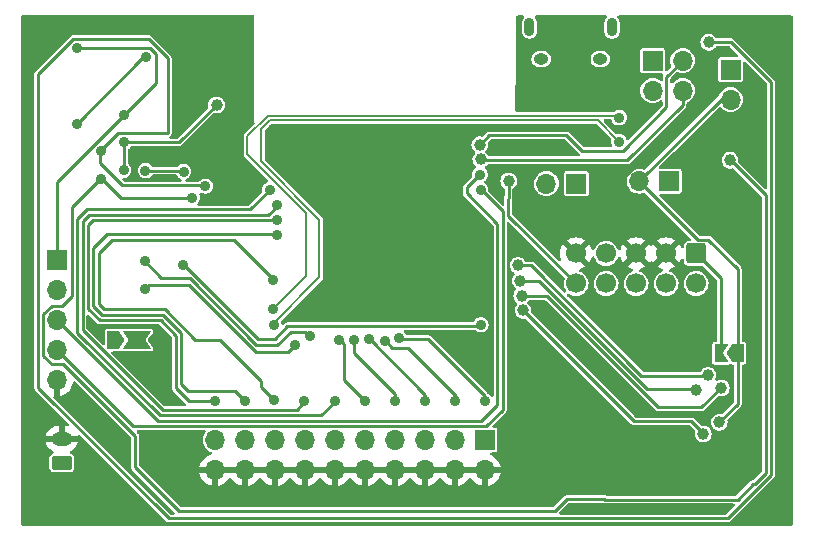
<source format=gbl>
G04 #@! TF.GenerationSoftware,KiCad,Pcbnew,8.0.0*
G04 #@! TF.CreationDate,2024-04-09T17:42:43-05:00*
G04 #@! TF.ProjectId,esp32_example,65737033-325f-4657-9861-6d706c652e6b,rev?*
G04 #@! TF.SameCoordinates,Original*
G04 #@! TF.FileFunction,Copper,L2,Bot*
G04 #@! TF.FilePolarity,Positive*
%FSLAX46Y46*%
G04 Gerber Fmt 4.6, Leading zero omitted, Abs format (unit mm)*
G04 Created by KiCad (PCBNEW 8.0.0) date 2024-04-09 17:42:43*
%MOMM*%
%LPD*%
G01*
G04 APERTURE LIST*
G04 Aperture macros list*
%AMRoundRect*
0 Rectangle with rounded corners*
0 $1 Rounding radius*
0 $2 $3 $4 $5 $6 $7 $8 $9 X,Y pos of 4 corners*
0 Add a 4 corners polygon primitive as box body*
4,1,4,$2,$3,$4,$5,$6,$7,$8,$9,$2,$3,0*
0 Add four circle primitives for the rounded corners*
1,1,$1+$1,$2,$3*
1,1,$1+$1,$4,$5*
1,1,$1+$1,$6,$7*
1,1,$1+$1,$8,$9*
0 Add four rect primitives between the rounded corners*
20,1,$1+$1,$2,$3,$4,$5,0*
20,1,$1+$1,$4,$5,$6,$7,0*
20,1,$1+$1,$6,$7,$8,$9,0*
20,1,$1+$1,$8,$9,$2,$3,0*%
%AMFreePoly0*
4,1,6,1.000000,0.000000,0.500000,-0.750000,-0.500000,-0.750000,-0.500000,0.750000,0.500000,0.750000,1.000000,0.000000,1.000000,0.000000,$1*%
%AMFreePoly1*
4,1,6,0.500000,-0.750000,-0.650000,-0.750000,-0.150000,0.000000,-0.650000,0.750000,0.500000,0.750000,0.500000,-0.750000,0.500000,-0.750000,$1*%
%AMFreePoly2*
4,1,7,0.700000,0.000000,1.200000,-0.750000,-1.200000,-0.750000,-0.700000,0.000000,-1.200000,0.750000,1.200000,0.750000,0.700000,0.000000,0.700000,0.000000,$1*%
G04 Aperture macros list end*
G04 #@! TA.AperFunction,ComponentPad*
%ADD10O,1.700000X1.700000*%
G04 #@! TD*
G04 #@! TA.AperFunction,ComponentPad*
%ADD11R,1.700000X1.700000*%
G04 #@! TD*
G04 #@! TA.AperFunction,ComponentPad*
%ADD12RoundRect,0.250000X0.625000X-0.350000X0.625000X0.350000X-0.625000X0.350000X-0.625000X-0.350000X0*%
G04 #@! TD*
G04 #@! TA.AperFunction,ComponentPad*
%ADD13O,1.750000X1.200000*%
G04 #@! TD*
G04 #@! TA.AperFunction,ComponentPad*
%ADD14RoundRect,0.250000X-0.600000X0.600000X-0.600000X-0.600000X0.600000X-0.600000X0.600000X0.600000X0*%
G04 #@! TD*
G04 #@! TA.AperFunction,ComponentPad*
%ADD15C,1.700000*%
G04 #@! TD*
G04 #@! TA.AperFunction,ComponentPad*
%ADD16O,0.890000X1.550000*%
G04 #@! TD*
G04 #@! TA.AperFunction,ComponentPad*
%ADD17O,1.250000X0.950000*%
G04 #@! TD*
G04 #@! TA.AperFunction,SMDPad,CuDef*
%ADD18FreePoly0,180.000000*%
G04 #@! TD*
G04 #@! TA.AperFunction,SMDPad,CuDef*
%ADD19FreePoly1,180.000000*%
G04 #@! TD*
G04 #@! TA.AperFunction,SMDPad,CuDef*
%ADD20FreePoly2,180.000000*%
G04 #@! TD*
G04 #@! TA.AperFunction,SMDPad,CuDef*
%ADD21FreePoly0,0.000000*%
G04 #@! TD*
G04 #@! TA.AperFunction,ViaPad*
%ADD22C,1.000000*%
G04 #@! TD*
G04 #@! TA.AperFunction,ViaPad*
%ADD23C,0.900000*%
G04 #@! TD*
G04 #@! TA.AperFunction,Conductor*
%ADD24C,0.250000*%
G04 #@! TD*
G04 #@! TA.AperFunction,Conductor*
%ADD25C,0.200000*%
G04 #@! TD*
G04 APERTURE END LIST*
D10*
G04 #@! TO.P,J10,2,Pin_2*
G04 #@! TO.N,+3V3*
X223730000Y-45570000D03*
D11*
G04 #@! TO.P,J10,1,Pin_1*
G04 #@! TO.N,Net-(J10-Pin_1)*
X223730000Y-43030000D03*
G04 #@! TD*
G04 #@! TO.P,J8,1,Pin_1*
G04 #@! TO.N,Net-(J8-Pin_1)*
X210670000Y-52690000D03*
D10*
G04 #@! TO.P,J8,2,Pin_2*
G04 #@! TO.N,+3V3*
X208130000Y-52690000D03*
G04 #@! TD*
D12*
G04 #@! TO.P,J1,1,Pin_1*
G04 #@! TO.N,+5V*
X167098800Y-76320400D03*
D13*
G04 #@! TO.P,J1,2,Pin_2*
G04 #@! TO.N,GND*
X167098800Y-74320400D03*
G04 #@! TD*
D11*
G04 #@! TO.P,J4,1,Pin_1*
G04 #@! TO.N,/PRESS1*
X202946000Y-74396600D03*
D10*
G04 #@! TO.P,J4,2,Pin_2*
G04 #@! TO.N,GND*
X202946000Y-76936600D03*
G04 #@! TO.P,J4,3,Pin_3*
G04 #@! TO.N,/PRESS2*
X200406000Y-74396600D03*
G04 #@! TO.P,J4,4,Pin_4*
G04 #@! TO.N,GND*
X200406000Y-76936600D03*
G04 #@! TO.P,J4,5,Pin_5*
G04 #@! TO.N,/PRESS3*
X197866000Y-74396600D03*
G04 #@! TO.P,J4,6,Pin_6*
G04 #@! TO.N,GND*
X197866000Y-76936600D03*
G04 #@! TO.P,J4,7,Pin_7*
G04 #@! TO.N,/PRESS4*
X195326000Y-74396600D03*
G04 #@! TO.P,J4,8,Pin_8*
G04 #@! TO.N,GND*
X195326000Y-76936600D03*
G04 #@! TO.P,J4,9,Pin_9*
G04 #@! TO.N,/PRESS5*
X192786000Y-74396600D03*
G04 #@! TO.P,J4,10,Pin_10*
G04 #@! TO.N,GND*
X192786000Y-76936600D03*
G04 #@! TO.P,J4,11,Pin_11*
G04 #@! TO.N,/PRESS6*
X190246000Y-74396600D03*
G04 #@! TO.P,J4,12,Pin_12*
G04 #@! TO.N,GND*
X190246000Y-76936600D03*
G04 #@! TO.P,J4,13,Pin_13*
G04 #@! TO.N,/PRESS7*
X187706000Y-74396600D03*
G04 #@! TO.P,J4,14,Pin_14*
G04 #@! TO.N,GND*
X187706000Y-76936600D03*
G04 #@! TO.P,J4,15,Pin_15*
G04 #@! TO.N,/PRESS8*
X185166000Y-74396600D03*
G04 #@! TO.P,J4,16,Pin_16*
G04 #@! TO.N,GND*
X185166000Y-76936600D03*
G04 #@! TO.P,J4,17,Pin_17*
G04 #@! TO.N,/PRESS9*
X182626000Y-74396600D03*
G04 #@! TO.P,J4,18,Pin_18*
G04 #@! TO.N,GND*
X182626000Y-76936600D03*
G04 #@! TO.P,J4,19,Pin_19*
G04 #@! TO.N,/PRESS10*
X180086000Y-74396600D03*
G04 #@! TO.P,J4,20,Pin_20*
G04 #@! TO.N,GND*
X180086000Y-76936600D03*
G04 #@! TD*
D14*
G04 #@! TO.P,J7,1,VTref*
G04 #@! TO.N,Net-(J7-VTref)*
X220810000Y-58600000D03*
D15*
G04 #@! TO.P,J7,2,SWDIO/TMS*
G04 #@! TO.N,/MTMS*
X220810000Y-61140000D03*
G04 #@! TO.P,J7,3,GND*
G04 #@! TO.N,GND*
X218270000Y-58600000D03*
G04 #@! TO.P,J7,4,SWDCLK/TCK*
G04 #@! TO.N,/MTCK*
X218270000Y-61140000D03*
G04 #@! TO.P,J7,5,GND*
G04 #@! TO.N,GND*
X215730000Y-58600000D03*
G04 #@! TO.P,J7,6,SWO/TDO*
G04 #@! TO.N,/MTDO*
X215730000Y-61140000D03*
G04 #@! TO.P,J7,7,KEY*
G04 #@! TO.N,unconnected-(J7-KEY-Pad7)*
X213190000Y-58600000D03*
G04 #@! TO.P,J7,8,NC/TDI*
G04 #@! TO.N,/MTDI*
X213190000Y-61140000D03*
G04 #@! TO.P,J7,9,GNDDetect*
G04 #@! TO.N,GND*
X210650000Y-58600000D03*
G04 #@! TO.P,J7,10,~{RESET}*
G04 #@! TO.N,/CHIP_PU*
X210650000Y-61140000D03*
G04 #@! TD*
D11*
G04 #@! TO.P,J3,1,Pin_1*
G04 #@! TO.N,/RTS*
X166725600Y-59156600D03*
D10*
G04 #@! TO.P,J3,2,Pin_2*
G04 #@! TO.N,/DTR*
X166725600Y-61696600D03*
G04 #@! TO.P,J3,3,Pin_3*
G04 #@! TO.N,/TX*
X166725600Y-64236600D03*
G04 #@! TO.P,J3,4,Pin_4*
G04 #@! TO.N,/RX*
X166725600Y-66776600D03*
G04 #@! TO.P,J3,5,Pin_5*
G04 #@! TO.N,GND*
X166725600Y-69316600D03*
G04 #@! TD*
D11*
G04 #@! TO.P,J5,1,Pin_1*
G04 #@! TO.N,Net-(J5-Pin_1)*
X218525000Y-52480000D03*
D10*
G04 #@! TO.P,J5,2,Pin_2*
G04 #@! TO.N,+3V3*
X215985000Y-52480000D03*
G04 #@! TD*
D16*
G04 #@! TO.P,J2,6,Shield*
G04 #@! TO.N,unconnected-(J2-Shield-Pad6)*
X213700000Y-39440000D03*
D17*
X212700000Y-42140000D03*
X207700000Y-42140000D03*
D16*
X206700000Y-39440000D03*
G04 #@! TD*
D11*
G04 #@! TO.P,J9,1,Pin_1*
G04 #@! TO.N,Net-(J9-Pin_1)*
X217130000Y-42280000D03*
D10*
G04 #@! TO.P,J9,2,Pin_2*
G04 #@! TO.N,Net-(J9-Pin_2)*
X219670000Y-42280000D03*
G04 #@! TO.P,J9,3,Pin_3*
G04 #@! TO.N,Net-(J9-Pin_3)*
X217130000Y-44820000D03*
G04 #@! TO.P,J9,4,Pin_4*
G04 #@! TO.N,Net-(J9-Pin_4)*
X219670000Y-44820000D03*
G04 #@! TD*
D18*
G04 #@! TO.P,JP1,1,A*
G04 #@! TO.N,+3V3*
X224340000Y-67050000D03*
D19*
G04 #@! TO.P,JP1,2,B*
G04 #@! TO.N,Net-(J7-VTref)*
X222890000Y-67050000D03*
G04 #@! TD*
D18*
G04 #@! TO.P,JP2,1,A*
G04 #@! TO.N,GND*
X175450400Y-65938400D03*
D20*
G04 #@! TO.P,JP2,2,C*
G04 #@! TO.N,Net-(JP2-C)*
X173450400Y-65938400D03*
D21*
G04 #@! TO.P,JP2,3,B*
G04 #@! TO.N,+3V3*
X171450400Y-65938400D03*
G04 #@! TD*
D22*
G04 #@! TO.N,GND*
X205660000Y-68170000D03*
X205620000Y-65830000D03*
X224600000Y-48770000D03*
X181520000Y-44460000D03*
X204110000Y-49870000D03*
X179730000Y-49240000D03*
X185030000Y-48130000D03*
X199650000Y-48400000D03*
X213430000Y-78620000D03*
D23*
X175361600Y-65913000D03*
D22*
X212160000Y-80210000D03*
X212320000Y-74090000D03*
D23*
G04 #@! TO.N,/End Hike*
X178155600Y-53873400D03*
D22*
X223690000Y-50710000D03*
D23*
X170408600Y-52298600D03*
D22*
G04 #@! TO.N,/Start Hike*
X221870000Y-40720000D03*
D23*
X170385556Y-49953956D03*
X179273200Y-52908200D03*
G04 #@! TO.N,+3V3*
X172339000Y-51562000D03*
X172389800Y-49199800D03*
D22*
X171680000Y-65900000D03*
X180210000Y-46030000D03*
X222780000Y-72900000D03*
G04 #@! TO.N,/CHIP_PU*
X204940000Y-52470000D03*
D23*
G04 #@! TO.N,/GPIO0_STRAPPING*
X202590400Y-64643000D03*
X177393600Y-59563000D03*
X174193200Y-51587400D03*
X177419000Y-51663600D03*
G04 #@! TO.N,/D+*
X185064400Y-64643000D03*
X214280800Y-49126000D03*
G04 #@! TO.N,/D-*
X185013600Y-63322200D03*
X214306200Y-47094000D03*
G04 #@! TO.N,/RX*
X202565000Y-53187600D03*
G04 #@! TO.N,/TX*
X202514200Y-51917600D03*
G04 #@! TO.N,/RTS*
X168376600Y-41224200D03*
X172389800Y-46863000D03*
G04 #@! TO.N,/PRESS3*
X197840600Y-71069200D03*
X193141600Y-65836800D03*
G04 #@! TO.N,/PRESS1*
X195656200Y-65786000D03*
X202920600Y-71094600D03*
G04 #@! TO.N,/PRESS9*
X182651400Y-71094600D03*
X185318400Y-56997600D03*
G04 #@! TO.N,/PRESS6*
X190246000Y-71069200D03*
X184734200Y-53187600D03*
G04 #@! TO.N,/PRESS5*
X192811400Y-71120000D03*
X190576200Y-65963800D03*
G04 #@! TO.N,/PRESS7*
X187655200Y-71094600D03*
X185369200Y-54483000D03*
G04 #@! TO.N,/PRESS8*
X185013600Y-60807600D03*
X185102500Y-71031100D03*
G04 #@! TO.N,/PRESS10*
X180086000Y-71094600D03*
X185369200Y-55727600D03*
G04 #@! TO.N,/PRESS2*
X194437000Y-65989200D03*
X200406000Y-71094600D03*
G04 #@! TO.N,/PRESS4*
X191820800Y-65963800D03*
X195351400Y-71120000D03*
G04 #@! TO.N,Net-(JP2-C)*
X173456600Y-65938400D03*
G04 #@! TO.N,Net-(Q3-C)*
X174269400Y-41986200D03*
X168427400Y-47675800D03*
G04 #@! TO.N,/GPIO46_STRAPPING*
X174117000Y-59258200D03*
X188112400Y-65608200D03*
G04 #@! TO.N,/GPIO3_STRAPPING*
X186867800Y-66344800D03*
X174167800Y-61645800D03*
D22*
G04 #@! TO.N,/SCLK*
X221800000Y-68920000D03*
X205740000Y-59610000D03*
G04 #@! TO.N,/CS*
X221420000Y-73880000D03*
X206160000Y-63420000D03*
G04 #@! TO.N,/MOSI*
X205920000Y-60900000D03*
X220770000Y-70150000D03*
G04 #@! TO.N,/MISO*
X206040000Y-62180000D03*
X222950000Y-69980000D03*
G04 #@! TO.N,Net-(J9-Pin_2)*
X202500000Y-49390000D03*
G04 #@! TO.N,Net-(J9-Pin_4)*
X202580000Y-50640000D03*
G04 #@! TD*
D24*
G04 #@! TO.N,GND*
X205660000Y-68170000D02*
X205660000Y-65870000D01*
X205660000Y-65870000D02*
X205620000Y-65830000D01*
X224600000Y-48770000D02*
X224905000Y-48465000D01*
X224905000Y-48465000D02*
X224905000Y-45083299D01*
G04 #@! TO.N,/Start Hike*
X179289706Y-52839200D02*
X179255000Y-52839200D01*
X227150000Y-44100000D02*
X223770000Y-40720000D01*
X179255000Y-52839200D02*
X179247800Y-52832000D01*
X179240600Y-52839200D02*
X172219200Y-52839200D01*
X179247800Y-52832000D02*
X179240600Y-52839200D01*
X176090299Y-42074687D02*
X174464812Y-40449200D01*
X174464812Y-40449200D02*
X168055584Y-40449200D01*
X170357800Y-50977800D02*
X170357800Y-49911000D01*
X170357800Y-49911000D02*
X171895600Y-48373200D01*
X168055584Y-40449200D02*
X165100600Y-43404184D01*
X165100600Y-69980600D02*
X176155000Y-81035000D01*
X176090299Y-48373200D02*
X176090299Y-42074687D01*
X171895600Y-48373200D02*
X176090299Y-48373200D01*
X172219200Y-52839200D02*
X170357800Y-50977800D01*
X165100600Y-43404184D02*
X165100600Y-69980600D01*
X176155000Y-81035000D02*
X223471396Y-81035000D01*
X223471396Y-81035000D02*
X227150000Y-77356396D01*
X223770000Y-40720000D02*
X221870000Y-40720000D01*
X227150000Y-77356396D02*
X227150000Y-44100000D01*
G04 #@! TO.N,GND*
X214780000Y-52010000D02*
X214780000Y-57650000D01*
X224905000Y-45083299D02*
X224186701Y-44365000D01*
X224186701Y-44365000D02*
X222425000Y-44365000D01*
X222425000Y-44365000D02*
X214780000Y-52010000D01*
X214780000Y-57650000D02*
X215730000Y-58600000D01*
G04 #@! TO.N,+3V3*
X223730000Y-45570000D02*
X222895000Y-45570000D01*
X222895000Y-45570000D02*
X215985000Y-52480000D01*
G04 #@! TO.N,/End Hike*
X178130200Y-53873400D02*
X172085000Y-53873400D01*
X225660000Y-78110000D02*
X225760000Y-78110000D01*
X170434000Y-52222400D02*
X167970200Y-54686200D01*
X165550600Y-67263301D02*
X166238899Y-67951600D01*
X167970200Y-62179200D02*
X167087800Y-63061600D01*
X172085000Y-53873400D02*
X170434000Y-52222400D01*
X167212301Y-67951600D02*
X173310000Y-74049299D01*
X166238899Y-63061600D02*
X165550600Y-63749899D01*
X166238899Y-67951600D02*
X167212301Y-67951600D01*
X226700000Y-77170000D02*
X226700000Y-53660000D01*
X167087800Y-63061600D02*
X166238899Y-63061600D01*
X224325000Y-79445000D02*
X225660000Y-78110000D01*
X165550600Y-63749899D02*
X165550600Y-67263301D01*
X176990000Y-80380000D02*
X208890000Y-80380000D01*
X225760000Y-78110000D02*
X226700000Y-77170000D01*
X167970200Y-54686200D02*
X167970200Y-62179200D01*
X208890000Y-80380000D02*
X209885000Y-79385000D01*
X173310000Y-76700000D02*
X176990000Y-80380000D01*
X209885000Y-79385000D02*
X213028273Y-79385000D01*
X213028273Y-79385000D02*
X213088273Y-79445000D01*
X173310000Y-74049299D02*
X173310000Y-76700000D01*
X213088273Y-79445000D02*
X224325000Y-79445000D01*
X226700000Y-53660000D02*
X223750000Y-50710000D01*
X223750000Y-50710000D02*
X223690000Y-50710000D01*
G04 #@! TO.N,Net-(J9-Pin_4)*
X202580000Y-50640000D02*
X202635000Y-50695000D01*
X214997081Y-50695000D02*
X219670000Y-46022081D01*
X202635000Y-50695000D02*
X214997081Y-50695000D01*
X219670000Y-46022081D02*
X219670000Y-44820000D01*
G04 #@! TO.N,GND*
X187630000Y-48400000D02*
X187360000Y-48130000D01*
X185030000Y-48130000D02*
X187360000Y-48130000D01*
X199650000Y-48400000D02*
X187630000Y-48400000D01*
X213270000Y-78620000D02*
X213430000Y-78620000D01*
X212320000Y-74090000D02*
X212320000Y-77670000D01*
X212320000Y-77670000D02*
X213270000Y-78620000D01*
G04 #@! TO.N,/End Hike*
X223690000Y-50710000D02*
X223690000Y-50650000D01*
X223690000Y-50650000D02*
X223810000Y-50770000D01*
G04 #@! TO.N,/Start Hike*
X221870000Y-40590000D02*
X221790000Y-40670000D01*
X221740000Y-40720000D02*
X221870000Y-40720000D01*
X221710000Y-40560000D02*
X221870000Y-40720000D01*
X221870000Y-40720000D02*
X221870000Y-40590000D01*
X221762600Y-40697400D02*
X221740000Y-40720000D01*
G04 #@! TO.N,+3V3*
X224340000Y-59930000D02*
X224340000Y-67050000D01*
X221835000Y-57425000D02*
X224340000Y-59930000D01*
X180210000Y-46030000D02*
X177040200Y-49199800D01*
X215985000Y-52480000D02*
X220930000Y-57425000D01*
X224340000Y-71340000D02*
X224340000Y-67050000D01*
X172389800Y-51511200D02*
X172339000Y-51562000D01*
X177040200Y-49199800D02*
X172389800Y-49199800D01*
X222780000Y-72900000D02*
X224340000Y-71340000D01*
X172389800Y-49199800D02*
X172389800Y-51511200D01*
X220930000Y-57425000D02*
X221835000Y-57425000D01*
G04 #@! TO.N,/CHIP_PU*
X210650000Y-61140000D02*
X204900000Y-55390000D01*
X204940000Y-52470000D02*
X204900000Y-52580000D01*
X204900000Y-55390000D02*
X204940000Y-52470000D01*
G04 #@! TO.N,/GPIO0_STRAPPING*
X202368400Y-64763400D02*
X202539600Y-64592200D01*
X183718200Y-65836800D02*
X185140600Y-65836800D01*
X177393600Y-59512200D02*
X183718200Y-65836800D01*
X186214000Y-64763400D02*
X202368400Y-64763400D01*
X174117000Y-51587400D02*
X177317400Y-51587400D01*
X185140600Y-65836800D02*
X186214000Y-64763400D01*
X177317400Y-51587400D02*
X177393600Y-51663600D01*
D25*
G04 #@! TO.N,/D+*
X188925200Y-55727600D02*
X183997600Y-50800000D01*
X183997600Y-48031029D02*
X184698629Y-47330000D01*
X212484800Y-47330000D02*
X214280800Y-49126000D01*
X188925200Y-60629800D02*
X188925200Y-55727600D01*
X183997600Y-50800000D02*
X183997600Y-48031029D01*
X184698629Y-47330000D02*
X212484800Y-47330000D01*
X184937400Y-64617600D02*
X188925200Y-60629800D01*
G04 #@! TO.N,/D-*
X187782200Y-60528200D02*
X187782200Y-55174939D01*
X214003800Y-47396400D02*
X214306200Y-47094000D01*
X184532944Y-46930000D02*
X214142200Y-46930000D01*
X182829200Y-50221939D02*
X182829200Y-48633744D01*
X184937400Y-63373000D02*
X187782200Y-60528200D01*
X187782200Y-55174939D02*
X182829200Y-50221939D01*
X182829200Y-48633744D02*
X184532944Y-46930000D01*
X214142200Y-46930000D02*
X214306200Y-47094000D01*
D24*
G04 #@! TO.N,/RX*
X166725600Y-66811305D02*
X166725600Y-66776600D01*
X202565000Y-53162200D02*
X204444600Y-55041800D01*
X203054200Y-73221600D02*
X173135895Y-73221600D01*
X173135895Y-73221600D02*
X166725600Y-66811305D01*
X204444600Y-55041800D02*
X204444600Y-71831200D01*
X204444600Y-71831200D02*
X203054200Y-73221600D01*
G04 #@! TO.N,/TX*
X202640600Y-72771600D02*
X175260600Y-72771600D01*
X203994600Y-71417600D02*
X202640600Y-72771600D01*
X203994600Y-56115800D02*
X203994600Y-71417600D01*
X202514200Y-51892200D02*
X201396600Y-53009800D01*
X166725600Y-64236600D02*
X175260600Y-72771600D01*
X201396600Y-53517800D02*
X203994600Y-56115800D01*
X201396600Y-53009800D02*
X201396600Y-53517800D01*
G04 #@! TO.N,/RTS*
X172389800Y-46888400D02*
X175107600Y-44170600D01*
X174590416Y-41211200D02*
X168389600Y-41211200D01*
X168389600Y-41211200D02*
X168376600Y-41224200D01*
X175107600Y-41728384D02*
X174590416Y-41211200D01*
X166725600Y-59156600D02*
X166725600Y-52517895D01*
X172355095Y-46888400D02*
X172389800Y-46888400D01*
X166725600Y-52517895D02*
X172355095Y-46888400D01*
X175107600Y-44170600D02*
X175107600Y-41728384D01*
G04 #@! TO.N,/PRESS3*
X197866000Y-70561200D02*
X197866000Y-71094600D01*
X193167000Y-65862200D02*
X197866000Y-70561200D01*
G04 #@! TO.N,/PRESS1*
X202946000Y-71069200D02*
X202946000Y-70678895D01*
X198129305Y-65862200D02*
X195656200Y-65862200D01*
X202946000Y-70678895D02*
X198129305Y-65862200D01*
G04 #@! TO.N,/PRESS9*
X177774600Y-70205600D02*
X181762400Y-70205600D01*
X185496200Y-56972200D02*
X170967400Y-56972200D01*
X177234000Y-69665000D02*
X177774600Y-70205600D01*
X169770200Y-58169400D02*
X169770200Y-63088804D01*
X177234000Y-65368912D02*
X177234000Y-69665000D01*
X181762400Y-70205600D02*
X182651400Y-71094600D01*
X170493396Y-63812000D02*
X175677088Y-63812000D01*
X175677088Y-63812000D02*
X177234000Y-65368912D01*
X169770200Y-63088804D02*
X170493396Y-63812000D01*
X170967400Y-56972200D02*
X169770200Y-58169400D01*
G04 #@! TO.N,/PRESS6*
X189069800Y-72321600D02*
X175446996Y-72321600D01*
X169233000Y-54871200D02*
X183076000Y-54871200D01*
X183076000Y-54871200D02*
X184785000Y-53162200D01*
X175446996Y-72321600D02*
X168420200Y-65294804D01*
X190296800Y-71094600D02*
X189069800Y-72321600D01*
X168420200Y-65294804D02*
X168420200Y-55684000D01*
X168420200Y-55684000D02*
X169233000Y-54871200D01*
G04 #@! TO.N,/PRESS5*
X190627000Y-65913000D02*
X190996400Y-66282400D01*
X190996400Y-66282400D02*
X190996400Y-69279600D01*
X190996400Y-69279600D02*
X192811400Y-71094600D01*
G04 #@! TO.N,/PRESS7*
X187731400Y-71120000D02*
X186979800Y-71871600D01*
X186979800Y-71871600D02*
X175633392Y-71871600D01*
X168870200Y-55870396D02*
X169419396Y-55321200D01*
X168870200Y-65108408D02*
X168870200Y-55870396D01*
X169419396Y-55321200D02*
X184607200Y-55321200D01*
X184607200Y-55321200D02*
X185470800Y-54457600D01*
X175633392Y-71871600D02*
X168870200Y-65108408D01*
G04 #@! TO.N,/PRESS8*
X170220200Y-62902408D02*
X170220200Y-58547000D01*
X185191400Y-71120000D02*
X183991000Y-69919600D01*
X170639992Y-63322200D02*
X170220200Y-62902408D01*
X175823684Y-63322200D02*
X170639992Y-63322200D01*
X183991000Y-69919600D02*
X183991000Y-69407784D01*
X171345000Y-57422200D02*
X181653600Y-57422200D01*
X181653600Y-57422200D02*
X185039000Y-60807600D01*
X178409600Y-65908116D02*
X175823684Y-63322200D01*
X183991000Y-69407784D02*
X180491332Y-65908116D01*
X170220200Y-58547000D02*
X171345000Y-57422200D01*
X180491332Y-65908116D02*
X178409600Y-65908116D01*
G04 #@! TO.N,/PRESS10*
X170307000Y-64262000D02*
X175490692Y-64262000D01*
X169320200Y-63275200D02*
X170307000Y-64262000D01*
X177850800Y-71094600D02*
X180086000Y-71094600D01*
X185470800Y-55753000D02*
X185452600Y-55771200D01*
X185452600Y-55771200D02*
X169722800Y-55771200D01*
X169722800Y-55771200D02*
X169320200Y-56173800D01*
X176784000Y-65555308D02*
X176784000Y-70027800D01*
X169320200Y-56173800D02*
X169320200Y-63275200D01*
X176784000Y-70027800D02*
X177850800Y-71094600D01*
X175490692Y-64262000D02*
X176784000Y-65555308D01*
G04 #@! TO.N,/PRESS2*
X195097400Y-66598800D02*
X194437000Y-65938400D01*
X200456800Y-71069200D02*
X200456800Y-70662800D01*
X196392800Y-66598800D02*
X195097400Y-66598800D01*
X200456800Y-70662800D02*
X196392800Y-66598800D01*
G04 #@! TO.N,/PRESS4*
X191871600Y-67030600D02*
X195351400Y-70510400D01*
X191871600Y-65862200D02*
X191871600Y-67030600D01*
X195351400Y-70510400D02*
X195351400Y-71094600D01*
G04 #@! TO.N,Net-(J7-VTref)*
X222890000Y-67050000D02*
X222890000Y-60680000D01*
X222890000Y-60680000D02*
X220810000Y-58600000D01*
G04 #@! TO.N,Net-(Q3-C)*
X168376600Y-47625000D02*
X174015400Y-41986200D01*
X174015400Y-41986200D02*
X174269400Y-41986200D01*
G04 #@! TO.N,/GPIO46_STRAPPING*
X183589804Y-66344800D02*
X185359895Y-66344800D01*
X186491295Y-65213400D02*
X187692200Y-65213400D01*
X175539400Y-60680600D02*
X177925604Y-60680600D01*
X185359895Y-66344800D02*
X186491295Y-65213400D01*
X174117000Y-59258200D02*
X175539400Y-60680600D01*
X177925604Y-60680600D02*
X183589804Y-66344800D01*
X187692200Y-65213400D02*
X188112400Y-65633600D01*
G04 #@! TO.N,/GPIO3_STRAPPING*
X177873408Y-61264800D02*
X183537608Y-66929000D01*
X174167800Y-61595000D02*
X174498000Y-61264800D01*
X186283600Y-66929000D02*
X186867800Y-66344800D01*
X174498000Y-61264800D02*
X177873408Y-61264800D01*
X183537608Y-66929000D02*
X186283600Y-66929000D01*
G04 #@! TO.N,/SCLK*
X216188299Y-68950000D02*
X221640000Y-68950000D01*
X221800000Y-68920000D02*
X221700000Y-68950000D01*
X221700000Y-68950000D02*
X221670000Y-68950000D01*
X221640000Y-68950000D02*
X221800000Y-68920000D01*
X206848299Y-59610000D02*
X216188299Y-68950000D01*
X205740000Y-59610000D02*
X206848299Y-59610000D01*
G04 #@! TO.N,/CS*
X221470000Y-73880000D02*
X221370000Y-73780000D01*
X221420000Y-73830000D02*
X221420000Y-73880000D01*
X221420000Y-73880000D02*
X221470000Y-73880000D01*
X220410000Y-72820000D02*
X221420000Y-73830000D01*
X206160000Y-63420000D02*
X215560000Y-72820000D01*
X215560000Y-72820000D02*
X220410000Y-72820000D01*
G04 #@! TO.N,/MOSI*
X220600000Y-70080000D02*
X220770000Y-70150000D01*
X220740000Y-70080000D02*
X220670000Y-70080000D01*
X220770000Y-70150000D02*
X220740000Y-70080000D01*
X207501903Y-60900000D02*
X216681903Y-70080000D01*
X205920000Y-60900000D02*
X207501903Y-60900000D01*
X216681903Y-70080000D02*
X220600000Y-70080000D01*
G04 #@! TO.N,/MISO*
X206040000Y-62180000D02*
X208145507Y-62180000D01*
X221240000Y-71620000D02*
X222880000Y-69980000D01*
X222950000Y-69980000D02*
X222950000Y-69910000D01*
X222950000Y-69910000D02*
X222860000Y-70000000D01*
X217585507Y-71620000D02*
X221240000Y-71620000D01*
X208145507Y-62180000D02*
X217585507Y-71620000D01*
X222880000Y-69980000D02*
X222950000Y-69980000D01*
G04 #@! TO.N,Net-(J9-Pin_2)*
X211122616Y-49901000D02*
X209826616Y-48605000D01*
X203285000Y-48605000D02*
X202500000Y-49390000D01*
X214601816Y-49901000D02*
X211122616Y-49901000D01*
X219670000Y-42280000D02*
X218305000Y-43645000D01*
X209826616Y-48605000D02*
X203285000Y-48605000D01*
X218305000Y-43645000D02*
X218305000Y-46197816D01*
X218305000Y-46197816D02*
X214601816Y-49901000D01*
G04 #@! TD*
G04 #@! TA.AperFunction,Conductor*
G04 #@! TO.N,GND*
G36*
X183342580Y-38399885D02*
G01*
X183388519Y-38452529D01*
X183399906Y-38504528D01*
X183393815Y-46610736D01*
X183393179Y-47456821D01*
X183399717Y-47463396D01*
X183433026Y-47524815D01*
X183427841Y-47594493D01*
X183399465Y-47638506D01*
X182644689Y-48393284D01*
X182588741Y-48449231D01*
X182588735Y-48449239D01*
X182549182Y-48517748D01*
X182549179Y-48517753D01*
X182535526Y-48568706D01*
X182528700Y-48594182D01*
X182528700Y-50261501D01*
X182536024Y-50288833D01*
X182549179Y-50337930D01*
X182549181Y-50337933D01*
X182566517Y-50367959D01*
X182566519Y-50367961D01*
X182588739Y-50406449D01*
X184551363Y-52369073D01*
X184584848Y-52430396D01*
X184579864Y-52500088D01*
X184537992Y-52556021D01*
X184507665Y-52572692D01*
X184501833Y-52574904D01*
X184361962Y-52648315D01*
X184283131Y-52718152D01*
X184245623Y-52751382D01*
X184243716Y-52753071D01*
X184153981Y-52883075D01*
X184153980Y-52883076D01*
X184097962Y-53030781D01*
X184078922Y-53187599D01*
X184078922Y-53187600D01*
X184095502Y-53324157D01*
X184084041Y-53393081D01*
X184060087Y-53426784D01*
X182977492Y-54509381D01*
X182916169Y-54542866D01*
X182889811Y-54545700D01*
X178704657Y-54545700D01*
X178637618Y-54526015D01*
X178591863Y-54473211D01*
X178581919Y-54404053D01*
X178610944Y-54340497D01*
X178622426Y-54328888D01*
X178646083Y-54307930D01*
X178735820Y-54177923D01*
X178791837Y-54030218D01*
X178810878Y-53873400D01*
X178791837Y-53716582D01*
X178782079Y-53690853D01*
X178753243Y-53614818D01*
X178747876Y-53545155D01*
X178781023Y-53483649D01*
X178842162Y-53449827D01*
X178911879Y-53454429D01*
X178926811Y-53461051D01*
X179040834Y-53520896D01*
X179194214Y-53558700D01*
X179194215Y-53558700D01*
X179352185Y-53558700D01*
X179505565Y-53520896D01*
X179523313Y-53511581D01*
X179645440Y-53447483D01*
X179763683Y-53342730D01*
X179853420Y-53212723D01*
X179909437Y-53065018D01*
X179928478Y-52908200D01*
X179926989Y-52895932D01*
X179909437Y-52751381D01*
X179872020Y-52652722D01*
X179853420Y-52603677D01*
X179763683Y-52473670D01*
X179645440Y-52368917D01*
X179645438Y-52368916D01*
X179645437Y-52368915D01*
X179505565Y-52295503D01*
X179352186Y-52257700D01*
X179352185Y-52257700D01*
X179194215Y-52257700D01*
X179194214Y-52257700D01*
X179040834Y-52295503D01*
X178900962Y-52368915D01*
X178900960Y-52368917D01*
X178782717Y-52473670D01*
X178782716Y-52473671D01*
X178777103Y-52478644D01*
X178775834Y-52477211D01*
X178725077Y-52509052D01*
X178691446Y-52513700D01*
X177702028Y-52513700D01*
X177634989Y-52494015D01*
X177589234Y-52441211D01*
X177579290Y-52372053D01*
X177608315Y-52308497D01*
X177645990Y-52282194D01*
X177644724Y-52279782D01*
X177712151Y-52244392D01*
X177791240Y-52202883D01*
X177909483Y-52098130D01*
X177999220Y-51968123D01*
X178055237Y-51820418D01*
X178074278Y-51663600D01*
X178073067Y-51653622D01*
X178055237Y-51506781D01*
X178024000Y-51424417D01*
X177999220Y-51359077D01*
X177909483Y-51229070D01*
X177791240Y-51124317D01*
X177791238Y-51124316D01*
X177791237Y-51124315D01*
X177651365Y-51050903D01*
X177497986Y-51013100D01*
X177497985Y-51013100D01*
X177340015Y-51013100D01*
X177340014Y-51013100D01*
X177186634Y-51050903D01*
X177046762Y-51124314D01*
X176986546Y-51177661D01*
X176928517Y-51229070D01*
X176928515Y-51229072D01*
X176926660Y-51230716D01*
X176863427Y-51260437D01*
X176844433Y-51261900D01*
X174824021Y-51261900D01*
X174756982Y-51242215D01*
X174721971Y-51208340D01*
X174700980Y-51177929D01*
X174683683Y-51152870D01*
X174565440Y-51048117D01*
X174565438Y-51048116D01*
X174565437Y-51048115D01*
X174425565Y-50974703D01*
X174272186Y-50936900D01*
X174272185Y-50936900D01*
X174114215Y-50936900D01*
X174114214Y-50936900D01*
X173960834Y-50974703D01*
X173820962Y-51048115D01*
X173702716Y-51152871D01*
X173612981Y-51282875D01*
X173612980Y-51282876D01*
X173556962Y-51430581D01*
X173537922Y-51587399D01*
X173537922Y-51587400D01*
X173556962Y-51744218D01*
X173602417Y-51864070D01*
X173612980Y-51891923D01*
X173702717Y-52021930D01*
X173820960Y-52126683D01*
X173820962Y-52126684D01*
X173960834Y-52200096D01*
X174114214Y-52237900D01*
X174114215Y-52237900D01*
X174272185Y-52237900D01*
X174425565Y-52200096D01*
X174473960Y-52174696D01*
X174565440Y-52126683D01*
X174683683Y-52021930D01*
X174721971Y-51966459D01*
X174776254Y-51922470D01*
X174824021Y-51912900D01*
X176735582Y-51912900D01*
X176802621Y-51932585D01*
X176837632Y-51966460D01*
X176838780Y-51968123D01*
X176928517Y-52098130D01*
X177046760Y-52202883D01*
X177046762Y-52202884D01*
X177193276Y-52279782D01*
X177191743Y-52282701D01*
X177235622Y-52315904D01*
X177259700Y-52381494D01*
X177244495Y-52449689D01*
X177194835Y-52498838D01*
X177135972Y-52513700D01*
X172405389Y-52513700D01*
X172338350Y-52494015D01*
X172317708Y-52477381D01*
X172264508Y-52424181D01*
X172231023Y-52362858D01*
X172236007Y-52293166D01*
X172277879Y-52237233D01*
X172343343Y-52212816D01*
X172352189Y-52212500D01*
X172417985Y-52212500D01*
X172571365Y-52174696D01*
X172711240Y-52101283D01*
X172829483Y-51996530D01*
X172919220Y-51866523D01*
X172975237Y-51718818D01*
X172994278Y-51562000D01*
X172992022Y-51543415D01*
X172975237Y-51405181D01*
X172941208Y-51315455D01*
X172919220Y-51257477D01*
X172829483Y-51127470D01*
X172807425Y-51107928D01*
X172757073Y-51063320D01*
X172719946Y-51004131D01*
X172715300Y-50970505D01*
X172715300Y-49836297D01*
X172734985Y-49769258D01*
X172757074Y-49743481D01*
X172762036Y-49739085D01*
X172762040Y-49739083D01*
X172880283Y-49634330D01*
X172918571Y-49578859D01*
X172972854Y-49534870D01*
X173020621Y-49525300D01*
X177083051Y-49525300D01*
X177083053Y-49525300D01*
X177165839Y-49503118D01*
X177240062Y-49460265D01*
X179951048Y-46749277D01*
X180012369Y-46715794D01*
X180068403Y-46716563D01*
X180124941Y-46730499D01*
X180124942Y-46730500D01*
X180124944Y-46730500D01*
X180295056Y-46730500D01*
X180460225Y-46689790D01*
X180575097Y-46629500D01*
X180610849Y-46610736D01*
X180610850Y-46610734D01*
X180610852Y-46610734D01*
X180738183Y-46497929D01*
X180834818Y-46357930D01*
X180895140Y-46198872D01*
X180915645Y-46030000D01*
X180895140Y-45861128D01*
X180834818Y-45702070D01*
X180831791Y-45697685D01*
X180778732Y-45620816D01*
X180738183Y-45562071D01*
X180642350Y-45477171D01*
X180610849Y-45449263D01*
X180460226Y-45370210D01*
X180295056Y-45329500D01*
X180124944Y-45329500D01*
X179959773Y-45370210D01*
X179809150Y-45449263D01*
X179681816Y-45562072D01*
X179585182Y-45702068D01*
X179524860Y-45861125D01*
X179524859Y-45861130D01*
X179504355Y-46030000D01*
X179523639Y-46188820D01*
X179512179Y-46257743D01*
X179488224Y-46291447D01*
X176941692Y-48837981D01*
X176880369Y-48871466D01*
X176854011Y-48874300D01*
X176336143Y-48874300D01*
X176269104Y-48854615D01*
X176223349Y-48801811D01*
X176213405Y-48732653D01*
X176242430Y-48669097D01*
X176274142Y-48642913D01*
X176290161Y-48633665D01*
X176350764Y-48573062D01*
X176393617Y-48498838D01*
X176415799Y-48416053D01*
X176415799Y-42127542D01*
X176415800Y-42127529D01*
X176415800Y-42031835D01*
X176415800Y-42031834D01*
X176393617Y-41949048D01*
X176365773Y-41900821D01*
X176350764Y-41874825D01*
X176290161Y-41814222D01*
X176290160Y-41814221D01*
X176285830Y-41809891D01*
X176285819Y-41809881D01*
X174664676Y-40188737D01*
X174664675Y-40188736D01*
X174664674Y-40188735D01*
X174627562Y-40167308D01*
X174590452Y-40145882D01*
X174549058Y-40134791D01*
X174507665Y-40123700D01*
X168012731Y-40123700D01*
X167929946Y-40145882D01*
X167929943Y-40145883D01*
X167879043Y-40175270D01*
X167868285Y-40181482D01*
X167860102Y-40186205D01*
X167855718Y-40188737D01*
X167855717Y-40188738D01*
X164840137Y-43204319D01*
X164840133Y-43204325D01*
X164797281Y-43278545D01*
X164797282Y-43278546D01*
X164775100Y-43361331D01*
X164775100Y-69937747D01*
X164775100Y-70023453D01*
X164780938Y-70045240D01*
X164797282Y-70106240D01*
X164814658Y-70136335D01*
X164840135Y-70180462D01*
X164840137Y-70180464D01*
X167689202Y-73029529D01*
X167722687Y-73090852D01*
X167717703Y-73160544D01*
X167675831Y-73216477D01*
X167610367Y-73240894D01*
X167582124Y-73239683D01*
X167460372Y-73220400D01*
X167348800Y-73220400D01*
X167348800Y-74040070D01*
X167329055Y-74020325D01*
X167243545Y-73970956D01*
X167148170Y-73945400D01*
X167049430Y-73945400D01*
X166954055Y-73970956D01*
X166868545Y-74020325D01*
X166848800Y-74040070D01*
X166848800Y-73220400D01*
X166737229Y-73220400D01*
X166566215Y-73247485D01*
X166401542Y-73300991D01*
X166247275Y-73379595D01*
X166107197Y-73481367D01*
X165984767Y-73603797D01*
X165882995Y-73743875D01*
X165804391Y-73898144D01*
X165750885Y-74062815D01*
X165749684Y-74070399D01*
X165749685Y-74070400D01*
X166818470Y-74070400D01*
X166798725Y-74090145D01*
X166749356Y-74175655D01*
X166723800Y-74271030D01*
X166723800Y-74369770D01*
X166749356Y-74465145D01*
X166798725Y-74550655D01*
X166818470Y-74570400D01*
X165749685Y-74570400D01*
X165750885Y-74577984D01*
X165804391Y-74742655D01*
X165882995Y-74896924D01*
X165984767Y-75037002D01*
X166107197Y-75159432D01*
X166247275Y-75261204D01*
X166350851Y-75313979D01*
X166401647Y-75361954D01*
X166418442Y-75429775D01*
X166395904Y-75495910D01*
X166341189Y-75539361D01*
X166335512Y-75541505D01*
X166260917Y-75567607D01*
X166151650Y-75648250D01*
X166071007Y-75757517D01*
X166071006Y-75757519D01*
X166026153Y-75885698D01*
X166026153Y-75885700D01*
X166023300Y-75916130D01*
X166023300Y-76724669D01*
X166026153Y-76755099D01*
X166026153Y-76755101D01*
X166066630Y-76870774D01*
X166071007Y-76883282D01*
X166151650Y-76992550D01*
X166260918Y-77073193D01*
X166303645Y-77088144D01*
X166389099Y-77118046D01*
X166419530Y-77120900D01*
X166419534Y-77120900D01*
X167778070Y-77120900D01*
X167808499Y-77118046D01*
X167808501Y-77118046D01*
X167872590Y-77095619D01*
X167936682Y-77073193D01*
X168045950Y-76992550D01*
X168126593Y-76883282D01*
X168149019Y-76819190D01*
X168171446Y-76755101D01*
X168171446Y-76755099D01*
X168174300Y-76724669D01*
X168174300Y-75916130D01*
X168171446Y-75885700D01*
X168171446Y-75885698D01*
X168126593Y-75757519D01*
X168126592Y-75757517D01*
X168045950Y-75648250D01*
X167936682Y-75567607D01*
X167936680Y-75567606D01*
X167862088Y-75541505D01*
X167805312Y-75500783D01*
X167779565Y-75435830D01*
X167793022Y-75367269D01*
X167841409Y-75316866D01*
X167846748Y-75313979D01*
X167950324Y-75261204D01*
X168090402Y-75159432D01*
X168212832Y-75037002D01*
X168314604Y-74896924D01*
X168393208Y-74742655D01*
X168446714Y-74577984D01*
X168447915Y-74570400D01*
X167379130Y-74570400D01*
X167398875Y-74550655D01*
X167448244Y-74465145D01*
X167473800Y-74369770D01*
X167473800Y-74271030D01*
X167448244Y-74175655D01*
X167398875Y-74090145D01*
X167379130Y-74070400D01*
X168447915Y-74070400D01*
X168462037Y-74053865D01*
X168463470Y-74042780D01*
X168508467Y-73989329D01*
X168575219Y-73968690D01*
X168642532Y-73987416D01*
X168664669Y-74004996D01*
X175894534Y-81234861D01*
X175894535Y-81234862D01*
X175955138Y-81295465D01*
X175955140Y-81295466D01*
X175955144Y-81295469D01*
X176029355Y-81338314D01*
X176029362Y-81338318D01*
X176112147Y-81360500D01*
X176112149Y-81360500D01*
X223514247Y-81360500D01*
X223514249Y-81360500D01*
X223597035Y-81338318D01*
X223671258Y-81295465D01*
X227339652Y-77627068D01*
X227339657Y-77627065D01*
X227349860Y-77616861D01*
X227349862Y-77616861D01*
X227410465Y-77556258D01*
X227453318Y-77482034D01*
X227475501Y-77399249D01*
X227475501Y-77313543D01*
X227475501Y-77305948D01*
X227475500Y-77305930D01*
X227475500Y-44057149D01*
X227475500Y-44057147D01*
X227457543Y-43990130D01*
X227457542Y-43990122D01*
X227453318Y-43974362D01*
X227453318Y-43974361D01*
X227431891Y-43937250D01*
X227410465Y-43900138D01*
X227349862Y-43839535D01*
X227349861Y-43839534D01*
X227345531Y-43835204D01*
X227345520Y-43835194D01*
X223969864Y-40459537D01*
X223969863Y-40459536D01*
X223969862Y-40459535D01*
X223932750Y-40438108D01*
X223895640Y-40416682D01*
X223854246Y-40405591D01*
X223812853Y-40394500D01*
X223812852Y-40394500D01*
X222561575Y-40394500D01*
X222494536Y-40374815D01*
X222459525Y-40340940D01*
X222411517Y-40271389D01*
X222398183Y-40252071D01*
X222270852Y-40139266D01*
X222270849Y-40139263D01*
X222120226Y-40060210D01*
X221955056Y-40019500D01*
X221784944Y-40019500D01*
X221619773Y-40060210D01*
X221469150Y-40139263D01*
X221341816Y-40252072D01*
X221245182Y-40392068D01*
X221184860Y-40551125D01*
X221184859Y-40551130D01*
X221164355Y-40720000D01*
X221184859Y-40888869D01*
X221184860Y-40888874D01*
X221245182Y-41047931D01*
X221307475Y-41138177D01*
X221341817Y-41187929D01*
X221447505Y-41281560D01*
X221469150Y-41300736D01*
X221610323Y-41374829D01*
X221619775Y-41379790D01*
X221784944Y-41420500D01*
X221955056Y-41420500D01*
X222120225Y-41379790D01*
X222199692Y-41338081D01*
X222270849Y-41300736D01*
X222270850Y-41300734D01*
X222270852Y-41300734D01*
X222398183Y-41187929D01*
X222459525Y-41099059D01*
X222513808Y-41055070D01*
X222561575Y-41045500D01*
X223583811Y-41045500D01*
X223650850Y-41065185D01*
X223671492Y-41081819D01*
X224357492Y-41767819D01*
X224390977Y-41829142D01*
X224385993Y-41898834D01*
X224344121Y-41954767D01*
X224278657Y-41979184D01*
X224269811Y-41979500D01*
X222860247Y-41979500D01*
X222801770Y-41991131D01*
X222801769Y-41991132D01*
X222735447Y-42035447D01*
X222691132Y-42101769D01*
X222691131Y-42101770D01*
X222679500Y-42160247D01*
X222679500Y-43899752D01*
X222691131Y-43958229D01*
X222691132Y-43958230D01*
X222735447Y-44024552D01*
X222801769Y-44068867D01*
X222801770Y-44068868D01*
X222860247Y-44080499D01*
X222860250Y-44080500D01*
X222860252Y-44080500D01*
X224599750Y-44080500D01*
X224599751Y-44080499D01*
X224614568Y-44077552D01*
X224658229Y-44068868D01*
X224658229Y-44068867D01*
X224658231Y-44068867D01*
X224724552Y-44024552D01*
X224768867Y-43958231D01*
X224768867Y-43958229D01*
X224768868Y-43958229D01*
X224780499Y-43899752D01*
X224780500Y-43899750D01*
X224780500Y-42490188D01*
X224800185Y-42423149D01*
X224852989Y-42377394D01*
X224922147Y-42367450D01*
X224985703Y-42396475D01*
X224992181Y-42402507D01*
X226788181Y-44198507D01*
X226821666Y-44259830D01*
X226824500Y-44286188D01*
X226824500Y-53024811D01*
X226804815Y-53091850D01*
X226752011Y-53137605D01*
X226682853Y-53147549D01*
X226619297Y-53118524D01*
X226612819Y-53112492D01*
X224418271Y-50917944D01*
X224384786Y-50856621D01*
X224382856Y-50815320D01*
X224395645Y-50710000D01*
X224375140Y-50541128D01*
X224374810Y-50540259D01*
X224324064Y-50406450D01*
X224314818Y-50382070D01*
X224306141Y-50369500D01*
X224266499Y-50312068D01*
X224218183Y-50242071D01*
X224090852Y-50129266D01*
X224090849Y-50129263D01*
X223940226Y-50050210D01*
X223775056Y-50009500D01*
X223604944Y-50009500D01*
X223439773Y-50050210D01*
X223289150Y-50129263D01*
X223161816Y-50242072D01*
X223065182Y-50382068D01*
X223004860Y-50541125D01*
X223004859Y-50541130D01*
X222984355Y-50710000D01*
X223004859Y-50878869D01*
X223004860Y-50878874D01*
X223065182Y-51037931D01*
X223113498Y-51107927D01*
X223161817Y-51177929D01*
X223254950Y-51260437D01*
X223289150Y-51290736D01*
X223415427Y-51357011D01*
X223439775Y-51369790D01*
X223604944Y-51410500D01*
X223775054Y-51410500D01*
X223775056Y-51410500D01*
X223879735Y-51384699D01*
X223949534Y-51387768D01*
X223997088Y-51417415D01*
X226338181Y-53758508D01*
X226371666Y-53819831D01*
X226374500Y-53846189D01*
X226374500Y-76983811D01*
X226354815Y-77050850D01*
X226338181Y-77071492D01*
X225651604Y-77758068D01*
X225596016Y-77790162D01*
X225534360Y-77806682D01*
X225460138Y-77849535D01*
X225460135Y-77849537D01*
X224226492Y-79083181D01*
X224165169Y-79116666D01*
X224138811Y-79119500D01*
X213252640Y-79119500D01*
X213190639Y-79102886D01*
X213153917Y-79081684D01*
X213153915Y-79081683D01*
X213153912Y-79081682D01*
X213071126Y-79059500D01*
X209842147Y-79059500D01*
X209759362Y-79081682D01*
X209759361Y-79081682D01*
X209693859Y-79119500D01*
X209693858Y-79119499D01*
X209685141Y-79124532D01*
X209685136Y-79124536D01*
X208791492Y-80018181D01*
X208730169Y-80051666D01*
X208703811Y-80054500D01*
X177176189Y-80054500D01*
X177109150Y-80034815D01*
X177088508Y-80018181D01*
X173671819Y-76601492D01*
X173638334Y-76540169D01*
X173635500Y-76513811D01*
X173635500Y-74102154D01*
X173635501Y-74102141D01*
X173635501Y-74006447D01*
X173630401Y-73987416D01*
X173613318Y-73923661D01*
X173613317Y-73923660D01*
X173613317Y-73923658D01*
X173613316Y-73923657D01*
X173570467Y-73849440D01*
X173570466Y-73849439D01*
X173570465Y-73849437D01*
X173509862Y-73788834D01*
X173509861Y-73788833D01*
X173505531Y-73784503D01*
X173505520Y-73784493D01*
X173479808Y-73758781D01*
X173446323Y-73697458D01*
X173451307Y-73627766D01*
X173493179Y-73571833D01*
X173558643Y-73547416D01*
X173567489Y-73547100D01*
X179162018Y-73547100D01*
X179229057Y-73566785D01*
X179274812Y-73619589D01*
X179284756Y-73688747D01*
X179257871Y-73749765D01*
X179208317Y-73810146D01*
X179110769Y-73992643D01*
X179050699Y-74190667D01*
X179030417Y-74396600D01*
X179050699Y-74602532D01*
X179050700Y-74602534D01*
X179110768Y-74800554D01*
X179208315Y-74983050D01*
X179208317Y-74983052D01*
X179339589Y-75143010D01*
X179359600Y-75159432D01*
X179499550Y-75274285D01*
X179682046Y-75371832D01*
X179748551Y-75392005D01*
X179806989Y-75430302D01*
X179835446Y-75494114D01*
X179824887Y-75563181D01*
X179778663Y-75615575D01*
X179744650Y-75630441D01*
X179622514Y-75663167D01*
X179622507Y-75663170D01*
X179408422Y-75762999D01*
X179408420Y-75763000D01*
X179214926Y-75898486D01*
X179214920Y-75898491D01*
X179047891Y-76065520D01*
X179047886Y-76065526D01*
X178912400Y-76259020D01*
X178912399Y-76259022D01*
X178812570Y-76473107D01*
X178812567Y-76473113D01*
X178755364Y-76686599D01*
X178755364Y-76686600D01*
X179652988Y-76686600D01*
X179620075Y-76743607D01*
X179586000Y-76870774D01*
X179586000Y-77002426D01*
X179620075Y-77129593D01*
X179652988Y-77186600D01*
X178755364Y-77186600D01*
X178812567Y-77400086D01*
X178812570Y-77400092D01*
X178912399Y-77614178D01*
X179047894Y-77807682D01*
X179214917Y-77974705D01*
X179408421Y-78110200D01*
X179622507Y-78210029D01*
X179622516Y-78210033D01*
X179836000Y-78267234D01*
X179836000Y-77369612D01*
X179893007Y-77402525D01*
X180020174Y-77436600D01*
X180151826Y-77436600D01*
X180278993Y-77402525D01*
X180336000Y-77369612D01*
X180336000Y-78267233D01*
X180549483Y-78210033D01*
X180549492Y-78210029D01*
X180763578Y-78110200D01*
X180957082Y-77974705D01*
X181124105Y-77807682D01*
X181254425Y-77621568D01*
X181309002Y-77577944D01*
X181378501Y-77570751D01*
X181440855Y-77602273D01*
X181457575Y-77621568D01*
X181587894Y-77807682D01*
X181754917Y-77974705D01*
X181948421Y-78110200D01*
X182162507Y-78210029D01*
X182162516Y-78210033D01*
X182376000Y-78267234D01*
X182376000Y-77369612D01*
X182433007Y-77402525D01*
X182560174Y-77436600D01*
X182691826Y-77436600D01*
X182818993Y-77402525D01*
X182876000Y-77369612D01*
X182876000Y-78267234D01*
X183089483Y-78210033D01*
X183089492Y-78210029D01*
X183303578Y-78110200D01*
X183497082Y-77974705D01*
X183664105Y-77807682D01*
X183794425Y-77621568D01*
X183849002Y-77577944D01*
X183918501Y-77570751D01*
X183980855Y-77602273D01*
X183997575Y-77621568D01*
X184127894Y-77807682D01*
X184294917Y-77974705D01*
X184488421Y-78110200D01*
X184702507Y-78210029D01*
X184702516Y-78210033D01*
X184916000Y-78267234D01*
X184916000Y-77369612D01*
X184973007Y-77402525D01*
X185100174Y-77436600D01*
X185231826Y-77436600D01*
X185358993Y-77402525D01*
X185416000Y-77369612D01*
X185416000Y-78267233D01*
X185629483Y-78210033D01*
X185629492Y-78210029D01*
X185843578Y-78110200D01*
X186037082Y-77974705D01*
X186204105Y-77807682D01*
X186334425Y-77621568D01*
X186389002Y-77577944D01*
X186458501Y-77570751D01*
X186520855Y-77602273D01*
X186537575Y-77621568D01*
X186667894Y-77807682D01*
X186834917Y-77974705D01*
X187028421Y-78110200D01*
X187242507Y-78210029D01*
X187242516Y-78210033D01*
X187456000Y-78267234D01*
X187456000Y-77369612D01*
X187513007Y-77402525D01*
X187640174Y-77436600D01*
X187771826Y-77436600D01*
X187898993Y-77402525D01*
X187956000Y-77369612D01*
X187956000Y-78267234D01*
X188169483Y-78210033D01*
X188169492Y-78210029D01*
X188383578Y-78110200D01*
X188577082Y-77974705D01*
X188744105Y-77807682D01*
X188874425Y-77621568D01*
X188929002Y-77577944D01*
X188998501Y-77570751D01*
X189060855Y-77602273D01*
X189077575Y-77621568D01*
X189207894Y-77807682D01*
X189374917Y-77974705D01*
X189568421Y-78110200D01*
X189782507Y-78210029D01*
X189782516Y-78210033D01*
X189996000Y-78267234D01*
X189996000Y-77369612D01*
X190053007Y-77402525D01*
X190180174Y-77436600D01*
X190311826Y-77436600D01*
X190438993Y-77402525D01*
X190496000Y-77369612D01*
X190496000Y-78267234D01*
X190709483Y-78210033D01*
X190709492Y-78210029D01*
X190923578Y-78110200D01*
X191117082Y-77974705D01*
X191284105Y-77807682D01*
X191414425Y-77621568D01*
X191469002Y-77577944D01*
X191538501Y-77570751D01*
X191600855Y-77602273D01*
X191617575Y-77621568D01*
X191747894Y-77807682D01*
X191914917Y-77974705D01*
X192108421Y-78110200D01*
X192322507Y-78210029D01*
X192322516Y-78210033D01*
X192536000Y-78267234D01*
X192536000Y-77369612D01*
X192593007Y-77402525D01*
X192720174Y-77436600D01*
X192851826Y-77436600D01*
X192978993Y-77402525D01*
X193036000Y-77369612D01*
X193036000Y-78267234D01*
X193249483Y-78210033D01*
X193249492Y-78210029D01*
X193463578Y-78110200D01*
X193657082Y-77974705D01*
X193824105Y-77807682D01*
X193954425Y-77621568D01*
X194009002Y-77577944D01*
X194078501Y-77570751D01*
X194140855Y-77602273D01*
X194157575Y-77621568D01*
X194287894Y-77807682D01*
X194454917Y-77974705D01*
X194648421Y-78110200D01*
X194862507Y-78210029D01*
X194862516Y-78210033D01*
X195076000Y-78267234D01*
X195076000Y-77369612D01*
X195133007Y-77402525D01*
X195260174Y-77436600D01*
X195391826Y-77436600D01*
X195518993Y-77402525D01*
X195576000Y-77369612D01*
X195576000Y-78267234D01*
X195789483Y-78210033D01*
X195789492Y-78210029D01*
X196003578Y-78110200D01*
X196197082Y-77974705D01*
X196364105Y-77807682D01*
X196494425Y-77621568D01*
X196549002Y-77577944D01*
X196618501Y-77570751D01*
X196680855Y-77602273D01*
X196697575Y-77621568D01*
X196827894Y-77807682D01*
X196994917Y-77974705D01*
X197188421Y-78110200D01*
X197402507Y-78210029D01*
X197402516Y-78210033D01*
X197616000Y-78267234D01*
X197616000Y-77369612D01*
X197673007Y-77402525D01*
X197800174Y-77436600D01*
X197931826Y-77436600D01*
X198058993Y-77402525D01*
X198116000Y-77369612D01*
X198116000Y-78267233D01*
X198329483Y-78210033D01*
X198329492Y-78210029D01*
X198543578Y-78110200D01*
X198737082Y-77974705D01*
X198904105Y-77807682D01*
X199034425Y-77621568D01*
X199089002Y-77577944D01*
X199158501Y-77570751D01*
X199220855Y-77602273D01*
X199237575Y-77621568D01*
X199367894Y-77807682D01*
X199534917Y-77974705D01*
X199728421Y-78110200D01*
X199942507Y-78210029D01*
X199942516Y-78210033D01*
X200156000Y-78267234D01*
X200156000Y-77369612D01*
X200213007Y-77402525D01*
X200340174Y-77436600D01*
X200471826Y-77436600D01*
X200598993Y-77402525D01*
X200656000Y-77369612D01*
X200656000Y-78267233D01*
X200869483Y-78210033D01*
X200869492Y-78210029D01*
X201083578Y-78110200D01*
X201277082Y-77974705D01*
X201444105Y-77807682D01*
X201574425Y-77621568D01*
X201629002Y-77577944D01*
X201698501Y-77570751D01*
X201760855Y-77602273D01*
X201777575Y-77621568D01*
X201907894Y-77807682D01*
X202074917Y-77974705D01*
X202268421Y-78110200D01*
X202482507Y-78210029D01*
X202482516Y-78210033D01*
X202696000Y-78267234D01*
X202696000Y-77369612D01*
X202753007Y-77402525D01*
X202880174Y-77436600D01*
X203011826Y-77436600D01*
X203138993Y-77402525D01*
X203196000Y-77369612D01*
X203196000Y-78267233D01*
X203409483Y-78210033D01*
X203409492Y-78210029D01*
X203623578Y-78110200D01*
X203817082Y-77974705D01*
X203984105Y-77807682D01*
X204119600Y-77614178D01*
X204219429Y-77400092D01*
X204219432Y-77400086D01*
X204276636Y-77186600D01*
X203379012Y-77186600D01*
X203411925Y-77129593D01*
X203446000Y-77002426D01*
X203446000Y-76870774D01*
X203411925Y-76743607D01*
X203379012Y-76686600D01*
X204276636Y-76686600D01*
X204276635Y-76686599D01*
X204219432Y-76473113D01*
X204219429Y-76473107D01*
X204119600Y-76259022D01*
X204119599Y-76259020D01*
X203984113Y-76065526D01*
X203984108Y-76065520D01*
X203817082Y-75898494D01*
X203623578Y-75762999D01*
X203453052Y-75683482D01*
X203400613Y-75637310D01*
X203381461Y-75570116D01*
X203401677Y-75503235D01*
X203454842Y-75457900D01*
X203505457Y-75447100D01*
X203815750Y-75447100D01*
X203815751Y-75447099D01*
X203830568Y-75444152D01*
X203874229Y-75435468D01*
X203874229Y-75435467D01*
X203874231Y-75435467D01*
X203940552Y-75391152D01*
X203984867Y-75324831D01*
X203984867Y-75324829D01*
X203984868Y-75324829D01*
X203996499Y-75266352D01*
X203996500Y-75266350D01*
X203996500Y-73526849D01*
X203996499Y-73526847D01*
X203984868Y-73468370D01*
X203984867Y-73468369D01*
X203940552Y-73402047D01*
X203874230Y-73357732D01*
X203874229Y-73357731D01*
X203815752Y-73346100D01*
X203815748Y-73346100D01*
X203689389Y-73346100D01*
X203622350Y-73326415D01*
X203576595Y-73273611D01*
X203566651Y-73204453D01*
X203595676Y-73140897D01*
X203601708Y-73134419D01*
X204097576Y-72638550D01*
X204634252Y-72101872D01*
X204634257Y-72101869D01*
X204644460Y-72091665D01*
X204644462Y-72091665D01*
X204705065Y-72031062D01*
X204747918Y-71956838D01*
X204759275Y-71914453D01*
X204770101Y-71874052D01*
X204770101Y-71788347D01*
X204770101Y-71780752D01*
X204770100Y-71780734D01*
X204770100Y-56019789D01*
X204789785Y-55952750D01*
X204842589Y-55906995D01*
X204911747Y-55897051D01*
X204975303Y-55926076D01*
X204981781Y-55932108D01*
X209648678Y-60599005D01*
X209682163Y-60660328D01*
X209677179Y-60730020D01*
X209675561Y-60734132D01*
X209674770Y-60736041D01*
X209674769Y-60736043D01*
X209674768Y-60736046D01*
X209653063Y-60807599D01*
X209614699Y-60934067D01*
X209594417Y-61140000D01*
X209614699Y-61345932D01*
X209637257Y-61420296D01*
X209674768Y-61543954D01*
X209772315Y-61726450D01*
X209772316Y-61726451D01*
X209775187Y-61731822D01*
X209774062Y-61732422D01*
X209792960Y-61792781D01*
X209774474Y-61860161D01*
X209722494Y-61906850D01*
X209653524Y-61918025D01*
X209589461Y-61890138D01*
X209581299Y-61882673D01*
X207048163Y-59349537D01*
X207048162Y-59349536D01*
X207048161Y-59349535D01*
X207011049Y-59328108D01*
X206973939Y-59306682D01*
X206932545Y-59295591D01*
X206891152Y-59284500D01*
X206891151Y-59284500D01*
X206431575Y-59284500D01*
X206364536Y-59264815D01*
X206329525Y-59230940D01*
X206326455Y-59226492D01*
X206268183Y-59142071D01*
X206140852Y-59029266D01*
X206140849Y-59029263D01*
X205990226Y-58950210D01*
X205825056Y-58909500D01*
X205654944Y-58909500D01*
X205489773Y-58950210D01*
X205339150Y-59029263D01*
X205211816Y-59142072D01*
X205115182Y-59282068D01*
X205054860Y-59441125D01*
X205054859Y-59441130D01*
X205034355Y-59610000D01*
X205054859Y-59778869D01*
X205054860Y-59778874D01*
X205115182Y-59937931D01*
X205156320Y-59997528D01*
X205211817Y-60077929D01*
X205315619Y-60169889D01*
X205339150Y-60190736D01*
X205384223Y-60214392D01*
X205434436Y-60262977D01*
X205450410Y-60330996D01*
X205427075Y-60396853D01*
X205408825Y-60417002D01*
X205391818Y-60432068D01*
X205295182Y-60572068D01*
X205234860Y-60731125D01*
X205234859Y-60731130D01*
X205214355Y-60900000D01*
X205234859Y-61068869D01*
X205234860Y-61068874D01*
X205295182Y-61227931D01*
X205357475Y-61318177D01*
X205391817Y-61367929D01*
X205519148Y-61480734D01*
X205519150Y-61480735D01*
X205519454Y-61480895D01*
X205519636Y-61481071D01*
X205525322Y-61484996D01*
X205524669Y-61485941D01*
X205569667Y-61529479D01*
X205585643Y-61597497D01*
X205562309Y-61663355D01*
X205544059Y-61683506D01*
X205511817Y-61712070D01*
X205415182Y-61852068D01*
X205354860Y-62011125D01*
X205354859Y-62011130D01*
X205334355Y-62180000D01*
X205354859Y-62348869D01*
X205354860Y-62348874D01*
X205415182Y-62507931D01*
X205460984Y-62574285D01*
X205511816Y-62647928D01*
X205511818Y-62647930D01*
X205638702Y-62760340D01*
X205675829Y-62819529D01*
X205675061Y-62889395D01*
X205638706Y-62945967D01*
X205631817Y-62952069D01*
X205535182Y-63092068D01*
X205474860Y-63251125D01*
X205474859Y-63251130D01*
X205454355Y-63420000D01*
X205474859Y-63588869D01*
X205474860Y-63588874D01*
X205535182Y-63747931D01*
X205582634Y-63816676D01*
X205631817Y-63887929D01*
X205703599Y-63951522D01*
X205759150Y-64000736D01*
X205888447Y-64068596D01*
X205909775Y-64079790D01*
X206074944Y-64120500D01*
X206245058Y-64120500D01*
X206245058Y-64120499D01*
X206301595Y-64106564D01*
X206371396Y-64109631D01*
X206418952Y-64139279D01*
X215299534Y-73019861D01*
X215299535Y-73019862D01*
X215360138Y-73080465D01*
X215360140Y-73080466D01*
X215360144Y-73080469D01*
X215434355Y-73123314D01*
X215434362Y-73123318D01*
X215517147Y-73145500D01*
X220223811Y-73145500D01*
X220290850Y-73165185D01*
X220311492Y-73181819D01*
X220707300Y-73577626D01*
X220740785Y-73638949D01*
X220736152Y-73703723D01*
X220736655Y-73703847D01*
X220735934Y-73706768D01*
X220735801Y-73708640D01*
X220735564Y-73709270D01*
X220734861Y-73711121D01*
X220734859Y-73711130D01*
X220714355Y-73880000D01*
X220734859Y-74048869D01*
X220734860Y-74048874D01*
X220795182Y-74207931D01*
X220814203Y-74235487D01*
X220891817Y-74347929D01*
X220997505Y-74441560D01*
X221019150Y-74460736D01*
X221169773Y-74539789D01*
X221169775Y-74539790D01*
X221334944Y-74580500D01*
X221505056Y-74580500D01*
X221670225Y-74539790D01*
X221812448Y-74465145D01*
X221820849Y-74460736D01*
X221820850Y-74460734D01*
X221820852Y-74460734D01*
X221948183Y-74347929D01*
X222044818Y-74207930D01*
X222105140Y-74048872D01*
X222125645Y-73880000D01*
X222105140Y-73711128D01*
X222104196Y-73708640D01*
X222052313Y-73571833D01*
X222044818Y-73552070D01*
X222041387Y-73547100D01*
X221995578Y-73480734D01*
X221948183Y-73412071D01*
X221820852Y-73299266D01*
X221820849Y-73299263D01*
X221670226Y-73220210D01*
X221505056Y-73179500D01*
X221334944Y-73179500D01*
X221334941Y-73179500D01*
X221318514Y-73183549D01*
X221248712Y-73180479D01*
X221201160Y-73150833D01*
X220609864Y-72559537D01*
X220609862Y-72559535D01*
X220572750Y-72538108D01*
X220535640Y-72516682D01*
X220494246Y-72505591D01*
X220452853Y-72494500D01*
X220452852Y-72494500D01*
X215746189Y-72494500D01*
X215679150Y-72474815D01*
X215658508Y-72458181D01*
X206881775Y-63681448D01*
X206848290Y-63620125D01*
X206846360Y-63578823D01*
X206865645Y-63420000D01*
X206845140Y-63251128D01*
X206784818Y-63092070D01*
X206763880Y-63061737D01*
X206748046Y-63038797D01*
X206688183Y-62952071D01*
X206681293Y-62945967D01*
X206561297Y-62839659D01*
X206524170Y-62780470D01*
X206524938Y-62710604D01*
X206561299Y-62654027D01*
X206568183Y-62647929D01*
X206629525Y-62559059D01*
X206683808Y-62515070D01*
X206731575Y-62505500D01*
X207959318Y-62505500D01*
X208026357Y-62525185D01*
X208046999Y-62541819D01*
X217385645Y-71880465D01*
X217459868Y-71923318D01*
X217542654Y-71945500D01*
X217542656Y-71945500D01*
X221282851Y-71945500D01*
X221282853Y-71945500D01*
X221365639Y-71923318D01*
X221439862Y-71880465D01*
X222634889Y-70685436D01*
X222696210Y-70651953D01*
X222752242Y-70652721D01*
X222864944Y-70680500D01*
X223035056Y-70680500D01*
X223200225Y-70639790D01*
X223312782Y-70580715D01*
X223350849Y-70560736D01*
X223350850Y-70560734D01*
X223350852Y-70560734D01*
X223478183Y-70447929D01*
X223574818Y-70307930D01*
X223635140Y-70148872D01*
X223655645Y-69980000D01*
X223635140Y-69811128D01*
X223624292Y-69782525D01*
X223574817Y-69652068D01*
X223517660Y-69569263D01*
X223478183Y-69512071D01*
X223371036Y-69417147D01*
X223350849Y-69399263D01*
X223200226Y-69320210D01*
X223035056Y-69279500D01*
X222864944Y-69279500D01*
X222699774Y-69320209D01*
X222611772Y-69366397D01*
X222543264Y-69380121D01*
X222478211Y-69354629D01*
X222437267Y-69298013D01*
X222433432Y-69228249D01*
X222438201Y-69212639D01*
X222485140Y-69088872D01*
X222505645Y-68920000D01*
X222485140Y-68751128D01*
X222424818Y-68592070D01*
X222328183Y-68452071D01*
X222200852Y-68339266D01*
X222200849Y-68339263D01*
X222050226Y-68260210D01*
X221885056Y-68219500D01*
X221714944Y-68219500D01*
X221549773Y-68260210D01*
X221399150Y-68339263D01*
X221271816Y-68452072D01*
X221189767Y-68570940D01*
X221135484Y-68614931D01*
X221087717Y-68624500D01*
X216374487Y-68624500D01*
X216307448Y-68604815D01*
X216286806Y-68588181D01*
X209907326Y-62208700D01*
X209873841Y-62147377D01*
X209878825Y-62077685D01*
X209920697Y-62021752D01*
X209986161Y-61997335D01*
X210054434Y-62012187D01*
X210063239Y-62017518D01*
X210063547Y-62017682D01*
X210063550Y-62017685D01*
X210246046Y-62115232D01*
X210444066Y-62175300D01*
X210444065Y-62175300D01*
X210462529Y-62177118D01*
X210650000Y-62195583D01*
X210855934Y-62175300D01*
X211053954Y-62115232D01*
X211236450Y-62017685D01*
X211396410Y-61886410D01*
X211527685Y-61726450D01*
X211625232Y-61543954D01*
X211685300Y-61345934D01*
X211705583Y-61140000D01*
X212134417Y-61140000D01*
X212154699Y-61345932D01*
X212177257Y-61420296D01*
X212214768Y-61543954D01*
X212312315Y-61726450D01*
X212346969Y-61768677D01*
X212443589Y-61886410D01*
X212521470Y-61950324D01*
X212603550Y-62017685D01*
X212786046Y-62115232D01*
X212984066Y-62175300D01*
X212984065Y-62175300D01*
X213002529Y-62177118D01*
X213190000Y-62195583D01*
X213395934Y-62175300D01*
X213593954Y-62115232D01*
X213776450Y-62017685D01*
X213936410Y-61886410D01*
X214067685Y-61726450D01*
X214165232Y-61543954D01*
X214225300Y-61345934D01*
X214245583Y-61140000D01*
X214225300Y-60934066D01*
X214165232Y-60736046D01*
X214067685Y-60553550D01*
X213974536Y-60440047D01*
X213936410Y-60393589D01*
X213810825Y-60290526D01*
X213776450Y-60262315D01*
X213593954Y-60164768D01*
X213395934Y-60104700D01*
X213395932Y-60104699D01*
X213395934Y-60104699D01*
X213190000Y-60084417D01*
X212984067Y-60104699D01*
X212830932Y-60151152D01*
X212786050Y-60164767D01*
X212786043Y-60164769D01*
X212693207Y-60214392D01*
X212603550Y-60262315D01*
X212603548Y-60262316D01*
X212603547Y-60262317D01*
X212443589Y-60393589D01*
X212312317Y-60553547D01*
X212312315Y-60553550D01*
X212302415Y-60572072D01*
X212214769Y-60736043D01*
X212154699Y-60934067D01*
X212134417Y-61140000D01*
X211705583Y-61140000D01*
X211685300Y-60934066D01*
X211625232Y-60736046D01*
X211527685Y-60553550D01*
X211434536Y-60440047D01*
X211396410Y-60393589D01*
X211270825Y-60290526D01*
X211236450Y-60262315D01*
X211053954Y-60164768D01*
X210987447Y-60144593D01*
X210929009Y-60106296D01*
X210900553Y-60042484D01*
X210911113Y-59973417D01*
X210957337Y-59921023D01*
X210991350Y-59906158D01*
X211113483Y-59873433D01*
X211113492Y-59873429D01*
X211327578Y-59773600D01*
X211327582Y-59773598D01*
X211411373Y-59714926D01*
X211411373Y-59714925D01*
X210779409Y-59082962D01*
X210842993Y-59065925D01*
X210957007Y-59000099D01*
X211050099Y-58907007D01*
X211115925Y-58792993D01*
X211132962Y-58729410D01*
X211764925Y-59361373D01*
X211764926Y-59361373D01*
X211823598Y-59277582D01*
X211823601Y-59277577D01*
X211923429Y-59063492D01*
X211923433Y-59063483D01*
X211956158Y-58941350D01*
X211992522Y-58881690D01*
X212055369Y-58851160D01*
X212124745Y-58859454D01*
X212178623Y-58903939D01*
X212194593Y-58937447D01*
X212214768Y-59003954D01*
X212312315Y-59186450D01*
X212345176Y-59226492D01*
X212443589Y-59346410D01*
X212540209Y-59425702D01*
X212603550Y-59477685D01*
X212786046Y-59575232D01*
X212984066Y-59635300D01*
X212984065Y-59635300D01*
X213002529Y-59637118D01*
X213190000Y-59655583D01*
X213395934Y-59635300D01*
X213593954Y-59575232D01*
X213776450Y-59477685D01*
X213936410Y-59346410D01*
X214067685Y-59186450D01*
X214165232Y-59003954D01*
X214185406Y-58937446D01*
X214223702Y-58879010D01*
X214287514Y-58850553D01*
X214356581Y-58861112D01*
X214408975Y-58907336D01*
X214423841Y-58941349D01*
X214456567Y-59063486D01*
X214456570Y-59063492D01*
X214556399Y-59277577D01*
X214556402Y-59277583D01*
X214615072Y-59361373D01*
X214615073Y-59361373D01*
X215247037Y-58729409D01*
X215264075Y-58792993D01*
X215329901Y-58907007D01*
X215422993Y-59000099D01*
X215537007Y-59065925D01*
X215600590Y-59082962D01*
X214968625Y-59714925D01*
X215052421Y-59773599D01*
X215266507Y-59873429D01*
X215266516Y-59873433D01*
X215388649Y-59906158D01*
X215448310Y-59942523D01*
X215478839Y-60005369D01*
X215470545Y-60074745D01*
X215426059Y-60128623D01*
X215392552Y-60144593D01*
X215326046Y-60164767D01*
X215223701Y-60219473D01*
X215143550Y-60262315D01*
X215143548Y-60262316D01*
X215143547Y-60262317D01*
X214983589Y-60393589D01*
X214852317Y-60553547D01*
X214852315Y-60553550D01*
X214842415Y-60572072D01*
X214754769Y-60736043D01*
X214694699Y-60934067D01*
X214674417Y-61140000D01*
X214694699Y-61345932D01*
X214717257Y-61420296D01*
X214754768Y-61543954D01*
X214852315Y-61726450D01*
X214886969Y-61768677D01*
X214983589Y-61886410D01*
X215061470Y-61950324D01*
X215143550Y-62017685D01*
X215326046Y-62115232D01*
X215524066Y-62175300D01*
X215524065Y-62175300D01*
X215542529Y-62177118D01*
X215730000Y-62195583D01*
X215935934Y-62175300D01*
X216133954Y-62115232D01*
X216316450Y-62017685D01*
X216476410Y-61886410D01*
X216607685Y-61726450D01*
X216705232Y-61543954D01*
X216765300Y-61345934D01*
X216785583Y-61140000D01*
X216765300Y-60934066D01*
X216705232Y-60736046D01*
X216607685Y-60553550D01*
X216514536Y-60440047D01*
X216476410Y-60393589D01*
X216350825Y-60290526D01*
X216316450Y-60262315D01*
X216133954Y-60164768D01*
X216067447Y-60144593D01*
X216009009Y-60106296D01*
X215980553Y-60042484D01*
X215991113Y-59973417D01*
X216037337Y-59921023D01*
X216071350Y-59906158D01*
X216193483Y-59873433D01*
X216193492Y-59873429D01*
X216407578Y-59773600D01*
X216407582Y-59773598D01*
X216491373Y-59714926D01*
X216491373Y-59714925D01*
X215859409Y-59082962D01*
X215922993Y-59065925D01*
X216037007Y-59000099D01*
X216130099Y-58907007D01*
X216195925Y-58792993D01*
X216212962Y-58729409D01*
X216844925Y-59361373D01*
X216898425Y-59284968D01*
X216953002Y-59241344D01*
X217022501Y-59234151D01*
X217084855Y-59265673D01*
X217101576Y-59284969D01*
X217155073Y-59361372D01*
X217787037Y-58729409D01*
X217804075Y-58792993D01*
X217869901Y-58907007D01*
X217962993Y-59000099D01*
X218077007Y-59065925D01*
X218140590Y-59082962D01*
X217508625Y-59714925D01*
X217592421Y-59773599D01*
X217806507Y-59873429D01*
X217806516Y-59873433D01*
X217928649Y-59906158D01*
X217988310Y-59942523D01*
X218018839Y-60005369D01*
X218010545Y-60074745D01*
X217966059Y-60128623D01*
X217932552Y-60144593D01*
X217866046Y-60164767D01*
X217763701Y-60219473D01*
X217683550Y-60262315D01*
X217683548Y-60262316D01*
X217683547Y-60262317D01*
X217523589Y-60393589D01*
X217392317Y-60553547D01*
X217392315Y-60553550D01*
X217382415Y-60572072D01*
X217294769Y-60736043D01*
X217234699Y-60934067D01*
X217214417Y-61140000D01*
X217234699Y-61345932D01*
X217257257Y-61420296D01*
X217294768Y-61543954D01*
X217392315Y-61726450D01*
X217426969Y-61768677D01*
X217523589Y-61886410D01*
X217601470Y-61950324D01*
X217683550Y-62017685D01*
X217866046Y-62115232D01*
X218064066Y-62175300D01*
X218064065Y-62175300D01*
X218082529Y-62177118D01*
X218270000Y-62195583D01*
X218475934Y-62175300D01*
X218673954Y-62115232D01*
X218856450Y-62017685D01*
X219016410Y-61886410D01*
X219147685Y-61726450D01*
X219245232Y-61543954D01*
X219305300Y-61345934D01*
X219325583Y-61140000D01*
X219754417Y-61140000D01*
X219774699Y-61345932D01*
X219797257Y-61420296D01*
X219834768Y-61543954D01*
X219932315Y-61726450D01*
X219966969Y-61768677D01*
X220063589Y-61886410D01*
X220141470Y-61950324D01*
X220223550Y-62017685D01*
X220406046Y-62115232D01*
X220604066Y-62175300D01*
X220604065Y-62175300D01*
X220622529Y-62177118D01*
X220810000Y-62195583D01*
X221015934Y-62175300D01*
X221213954Y-62115232D01*
X221396450Y-62017685D01*
X221556410Y-61886410D01*
X221687685Y-61726450D01*
X221785232Y-61543954D01*
X221845300Y-61345934D01*
X221865583Y-61140000D01*
X221845300Y-60934066D01*
X221785232Y-60736046D01*
X221687685Y-60553550D01*
X221594536Y-60440047D01*
X221556410Y-60393589D01*
X221430825Y-60290526D01*
X221396450Y-60262315D01*
X221213954Y-60164768D01*
X221015934Y-60104700D01*
X221015932Y-60104699D01*
X221015934Y-60104699D01*
X220810000Y-60084417D01*
X220604067Y-60104699D01*
X220450932Y-60151152D01*
X220406050Y-60164767D01*
X220406043Y-60164769D01*
X220313207Y-60214392D01*
X220223550Y-60262315D01*
X220223548Y-60262316D01*
X220223547Y-60262317D01*
X220063589Y-60393589D01*
X219932317Y-60553547D01*
X219932315Y-60553550D01*
X219922415Y-60572072D01*
X219834769Y-60736043D01*
X219774699Y-60934067D01*
X219754417Y-61140000D01*
X219325583Y-61140000D01*
X219305300Y-60934066D01*
X219245232Y-60736046D01*
X219147685Y-60553550D01*
X219054536Y-60440047D01*
X219016410Y-60393589D01*
X218890825Y-60290526D01*
X218856450Y-60262315D01*
X218673954Y-60164768D01*
X218607447Y-60144593D01*
X218549009Y-60106296D01*
X218520553Y-60042484D01*
X218531113Y-59973417D01*
X218577337Y-59921023D01*
X218611350Y-59906158D01*
X218733483Y-59873433D01*
X218733492Y-59873429D01*
X218947578Y-59773600D01*
X218947582Y-59773598D01*
X219031373Y-59714926D01*
X219031373Y-59714925D01*
X218399409Y-59082962D01*
X218462993Y-59065925D01*
X218577007Y-59000099D01*
X218670099Y-58907007D01*
X218735925Y-58792993D01*
X218752962Y-58729410D01*
X219384925Y-59361373D01*
X219384926Y-59361373D01*
X219443598Y-59277582D01*
X219443601Y-59277577D01*
X219523118Y-59107052D01*
X219569290Y-59054613D01*
X219636484Y-59035461D01*
X219703365Y-59055677D01*
X219748699Y-59108842D01*
X219759500Y-59159457D01*
X219759500Y-59254269D01*
X219762353Y-59284699D01*
X219762353Y-59284701D01*
X219807206Y-59412880D01*
X219807207Y-59412882D01*
X219887850Y-59522150D01*
X219997118Y-59602793D01*
X220017715Y-59610000D01*
X220125299Y-59647646D01*
X220155730Y-59650500D01*
X220155734Y-59650500D01*
X221348811Y-59650500D01*
X221415850Y-59670185D01*
X221436492Y-59686819D01*
X222528181Y-60778508D01*
X222561666Y-60839831D01*
X222564500Y-60866189D01*
X222564500Y-65970500D01*
X222544815Y-66037539D01*
X222492011Y-66083294D01*
X222440500Y-66094500D01*
X222389995Y-66094500D01*
X222344271Y-66099651D01*
X222261873Y-66139333D01*
X222204851Y-66210836D01*
X222184500Y-66299995D01*
X222184500Y-67800004D01*
X222189651Y-67845728D01*
X222229333Y-67928126D01*
X222229334Y-67928127D01*
X222300837Y-67985149D01*
X222367428Y-68000348D01*
X222389995Y-68005499D01*
X222390000Y-68005500D01*
X223539996Y-68005500D01*
X223540000Y-68005500D01*
X223613085Y-67992065D01*
X223618025Y-67988771D01*
X223684722Y-67967962D01*
X223740612Y-67980225D01*
X223750835Y-67985148D01*
X223750836Y-67985148D01*
X223750837Y-67985149D01*
X223817428Y-68000348D01*
X223839995Y-68005499D01*
X223840000Y-68005500D01*
X223890500Y-68005500D01*
X223957539Y-68025185D01*
X224003294Y-68077989D01*
X224014500Y-68129500D01*
X224014500Y-71153810D01*
X223994815Y-71220849D01*
X223978181Y-71241491D01*
X223038952Y-72180719D01*
X222977629Y-72214204D01*
X222921598Y-72213435D01*
X222865059Y-72199500D01*
X222865056Y-72199500D01*
X222694944Y-72199500D01*
X222529773Y-72240210D01*
X222379150Y-72319263D01*
X222251816Y-72432072D01*
X222155182Y-72572068D01*
X222094860Y-72731125D01*
X222094859Y-72731130D01*
X222074355Y-72900000D01*
X222094859Y-73068869D01*
X222094860Y-73068874D01*
X222155182Y-73227931D01*
X222204420Y-73299263D01*
X222251817Y-73367929D01*
X222357505Y-73461560D01*
X222379150Y-73480736D01*
X222515062Y-73552068D01*
X222529775Y-73559790D01*
X222694944Y-73600500D01*
X222865056Y-73600500D01*
X223030225Y-73559790D01*
X223109692Y-73518081D01*
X223180849Y-73480736D01*
X223180850Y-73480734D01*
X223180852Y-73480734D01*
X223308183Y-73367929D01*
X223404818Y-73227930D01*
X223465140Y-73068872D01*
X223485645Y-72900000D01*
X223466360Y-72741176D01*
X223477820Y-72672254D01*
X223501772Y-72638553D01*
X224600465Y-71539862D01*
X224643318Y-71465639D01*
X224665500Y-71382853D01*
X224665500Y-71297147D01*
X224665500Y-68129500D01*
X224685185Y-68062461D01*
X224737989Y-68016706D01*
X224789500Y-68005500D01*
X224840003Y-68005500D01*
X224840003Y-68005499D01*
X224885728Y-68000348D01*
X224968127Y-67960666D01*
X225025149Y-67889163D01*
X225045500Y-67800000D01*
X225045500Y-66300000D01*
X225040348Y-66254272D01*
X225039880Y-66253301D01*
X225000666Y-66171873D01*
X224929163Y-66114851D01*
X224840004Y-66094500D01*
X224840000Y-66094500D01*
X224789500Y-66094500D01*
X224722461Y-66074815D01*
X224676706Y-66022011D01*
X224665500Y-65970500D01*
X224665500Y-59887149D01*
X224665500Y-59887147D01*
X224643318Y-59804362D01*
X224643318Y-59804361D01*
X224600465Y-59730138D01*
X222034862Y-57164535D01*
X221997750Y-57143108D01*
X221960640Y-57121682D01*
X221919246Y-57110591D01*
X221877853Y-57099500D01*
X221877852Y-57099500D01*
X221116189Y-57099500D01*
X221049150Y-57079815D01*
X221028508Y-57063181D01*
X217707508Y-53742181D01*
X217674023Y-53680858D01*
X217679007Y-53611166D01*
X217720879Y-53555233D01*
X217786343Y-53530816D01*
X217795189Y-53530500D01*
X219394750Y-53530500D01*
X219394751Y-53530499D01*
X219409568Y-53527552D01*
X219453229Y-53518868D01*
X219453229Y-53518867D01*
X219453231Y-53518867D01*
X219519552Y-53474552D01*
X219563867Y-53408231D01*
X219563867Y-53408229D01*
X219563868Y-53408229D01*
X219575499Y-53349752D01*
X219575500Y-53349750D01*
X219575500Y-51610249D01*
X219575499Y-51610247D01*
X219563868Y-51551770D01*
X219563867Y-51551769D01*
X219519552Y-51485447D01*
X219453230Y-51441132D01*
X219453229Y-51441131D01*
X219394752Y-51429500D01*
X219394748Y-51429500D01*
X217795188Y-51429500D01*
X217728149Y-51409815D01*
X217682394Y-51357011D01*
X217672450Y-51287853D01*
X217701475Y-51224297D01*
X217707507Y-51217819D01*
X218954592Y-49970734D01*
X222717964Y-46207360D01*
X222779285Y-46173877D01*
X222848977Y-46178861D01*
X222901497Y-46216379D01*
X222983589Y-46316410D01*
X223076471Y-46392635D01*
X223143550Y-46447685D01*
X223326046Y-46545232D01*
X223524066Y-46605300D01*
X223524065Y-46605300D01*
X223542529Y-46607118D01*
X223730000Y-46625583D01*
X223935934Y-46605300D01*
X224133954Y-46545232D01*
X224316450Y-46447685D01*
X224476410Y-46316410D01*
X224607685Y-46156450D01*
X224705232Y-45973954D01*
X224765300Y-45775934D01*
X224785583Y-45570000D01*
X224765300Y-45364066D01*
X224705232Y-45166046D01*
X224607685Y-44983550D01*
X224555702Y-44920209D01*
X224476410Y-44823589D01*
X224316452Y-44692317D01*
X224316453Y-44692317D01*
X224316450Y-44692315D01*
X224133954Y-44594768D01*
X223935934Y-44534700D01*
X223935932Y-44534699D01*
X223935934Y-44534699D01*
X223730000Y-44514417D01*
X223524067Y-44534699D01*
X223326043Y-44594769D01*
X223289942Y-44614066D01*
X223143550Y-44692315D01*
X223143548Y-44692316D01*
X223143547Y-44692317D01*
X222983589Y-44823589D01*
X222852317Y-44983547D01*
X222754767Y-45166046D01*
X222727268Y-45256698D01*
X222696290Y-45308383D01*
X222695138Y-45309534D01*
X222695138Y-45309535D01*
X222634535Y-45370138D01*
X222634533Y-45370140D01*
X216525994Y-51478677D01*
X216464671Y-51512162D01*
X216394979Y-51507178D01*
X216390869Y-51505561D01*
X216388958Y-51504769D01*
X216193716Y-51445544D01*
X216190934Y-51444700D01*
X216190932Y-51444699D01*
X216190934Y-51444699D01*
X215985000Y-51424417D01*
X215779067Y-51444699D01*
X215581043Y-51504769D01*
X215508743Y-51543415D01*
X215398550Y-51602315D01*
X215398548Y-51602316D01*
X215398547Y-51602317D01*
X215238589Y-51733589D01*
X215108650Y-51891923D01*
X215107315Y-51893550D01*
X215094460Y-51917600D01*
X215009769Y-52076043D01*
X214949699Y-52274067D01*
X214929417Y-52480000D01*
X214949699Y-52685932D01*
X214979734Y-52784944D01*
X215009768Y-52883954D01*
X215107315Y-53066450D01*
X215130547Y-53094758D01*
X215238589Y-53226410D01*
X215302496Y-53278856D01*
X215398550Y-53357685D01*
X215581046Y-53455232D01*
X215779066Y-53515300D01*
X215779065Y-53515300D01*
X215797529Y-53517118D01*
X215985000Y-53535583D01*
X216190934Y-53515300D01*
X216388954Y-53455232D01*
X216388969Y-53455223D01*
X216390843Y-53454448D01*
X216391918Y-53454332D01*
X216394784Y-53453463D01*
X216394948Y-53454005D01*
X216460311Y-53446969D01*
X216522795Y-53478234D01*
X216525994Y-53481321D01*
X220382492Y-57337819D01*
X220415977Y-57399142D01*
X220410993Y-57468834D01*
X220369121Y-57524767D01*
X220303657Y-57549184D01*
X220294811Y-57549500D01*
X220155730Y-57549500D01*
X220125300Y-57552353D01*
X220125298Y-57552353D01*
X219997119Y-57597206D01*
X219997117Y-57597207D01*
X219887850Y-57677850D01*
X219807207Y-57787117D01*
X219807206Y-57787119D01*
X219762353Y-57915298D01*
X219762353Y-57915300D01*
X219759500Y-57945730D01*
X219759500Y-58040543D01*
X219739815Y-58107582D01*
X219687011Y-58153337D01*
X219617853Y-58163281D01*
X219554297Y-58134256D01*
X219523118Y-58092948D01*
X219443600Y-57922423D01*
X219443599Y-57922421D01*
X219384925Y-57838626D01*
X219384925Y-57838625D01*
X218752962Y-58470588D01*
X218735925Y-58407007D01*
X218670099Y-58292993D01*
X218577007Y-58199901D01*
X218462993Y-58134075D01*
X218399410Y-58117037D01*
X219031373Y-57485073D01*
X219031373Y-57485072D01*
X218947583Y-57426402D01*
X218947579Y-57426400D01*
X218733492Y-57326570D01*
X218733483Y-57326566D01*
X218505326Y-57265432D01*
X218505315Y-57265430D01*
X218270002Y-57244843D01*
X218269998Y-57244843D01*
X218034684Y-57265430D01*
X218034673Y-57265432D01*
X217806516Y-57326566D01*
X217806507Y-57326570D01*
X217592419Y-57426401D01*
X217508625Y-57485072D01*
X218140590Y-58117037D01*
X218077007Y-58134075D01*
X217962993Y-58199901D01*
X217869901Y-58292993D01*
X217804075Y-58407007D01*
X217787037Y-58470590D01*
X217155072Y-57838625D01*
X217155072Y-57838626D01*
X217101574Y-57915030D01*
X217046998Y-57958655D01*
X216977499Y-57965849D01*
X216915144Y-57934326D01*
X216898424Y-57915030D01*
X216844925Y-57838626D01*
X216844925Y-57838625D01*
X216212962Y-58470589D01*
X216195925Y-58407007D01*
X216130099Y-58292993D01*
X216037007Y-58199901D01*
X215922993Y-58134075D01*
X215859410Y-58117037D01*
X216491373Y-57485073D01*
X216491373Y-57485072D01*
X216407583Y-57426402D01*
X216407579Y-57426400D01*
X216193492Y-57326570D01*
X216193483Y-57326566D01*
X215965326Y-57265432D01*
X215965315Y-57265430D01*
X215730002Y-57244843D01*
X215729998Y-57244843D01*
X215494684Y-57265430D01*
X215494673Y-57265432D01*
X215266516Y-57326566D01*
X215266507Y-57326570D01*
X215052419Y-57426401D01*
X214968625Y-57485072D01*
X215600590Y-58117037D01*
X215537007Y-58134075D01*
X215422993Y-58199901D01*
X215329901Y-58292993D01*
X215264075Y-58407007D01*
X215247037Y-58470589D01*
X214615073Y-57838625D01*
X214615072Y-57838625D01*
X214556401Y-57922419D01*
X214456570Y-58136507D01*
X214456567Y-58136514D01*
X214423841Y-58258650D01*
X214387476Y-58318310D01*
X214324629Y-58348839D01*
X214255253Y-58340544D01*
X214201375Y-58296059D01*
X214185406Y-58262552D01*
X214165232Y-58196046D01*
X214067685Y-58013550D01*
X214002668Y-57934326D01*
X213936410Y-57853589D01*
X213776452Y-57722317D01*
X213776453Y-57722317D01*
X213776450Y-57722315D01*
X213593954Y-57624768D01*
X213395934Y-57564700D01*
X213395932Y-57564699D01*
X213395934Y-57564699D01*
X213190000Y-57544417D01*
X212984067Y-57564699D01*
X212786043Y-57624769D01*
X212742395Y-57648100D01*
X212603550Y-57722315D01*
X212603548Y-57722316D01*
X212603547Y-57722317D01*
X212443589Y-57853589D01*
X212312317Y-58013547D01*
X212214767Y-58196046D01*
X212194593Y-58262552D01*
X212156296Y-58320990D01*
X212092483Y-58349447D01*
X212023416Y-58338886D01*
X211971023Y-58292661D01*
X211956158Y-58258649D01*
X211923433Y-58136516D01*
X211923429Y-58136507D01*
X211823600Y-57922423D01*
X211823599Y-57922421D01*
X211764925Y-57838626D01*
X211764925Y-57838625D01*
X211132962Y-58470588D01*
X211115925Y-58407007D01*
X211050099Y-58292993D01*
X210957007Y-58199901D01*
X210842993Y-58134075D01*
X210779410Y-58117037D01*
X211411373Y-57485073D01*
X211411373Y-57485072D01*
X211327583Y-57426402D01*
X211327579Y-57426400D01*
X211113492Y-57326570D01*
X211113483Y-57326566D01*
X210885326Y-57265432D01*
X210885315Y-57265430D01*
X210650002Y-57244843D01*
X210649998Y-57244843D01*
X210414684Y-57265430D01*
X210414673Y-57265432D01*
X210186516Y-57326566D01*
X210186507Y-57326570D01*
X209972419Y-57426401D01*
X209888625Y-57485072D01*
X210520590Y-58117037D01*
X210457007Y-58134075D01*
X210342993Y-58199901D01*
X210249901Y-58292993D01*
X210184075Y-58407007D01*
X210167037Y-58470590D01*
X209535072Y-57838625D01*
X209476401Y-57922419D01*
X209376570Y-58136507D01*
X209376566Y-58136516D01*
X209315432Y-58364673D01*
X209315430Y-58364684D01*
X209294843Y-58599998D01*
X209294843Y-58600001D01*
X209315430Y-58835315D01*
X209315432Y-58835326D01*
X209376566Y-59063483D01*
X209376570Y-59063493D01*
X209378844Y-59068370D01*
X209389333Y-59137448D01*
X209360811Y-59201231D01*
X209302333Y-59239469D01*
X209232466Y-59240020D01*
X209178779Y-59208452D01*
X205264375Y-55294048D01*
X205230890Y-55232725D01*
X205228068Y-55204669D01*
X205230567Y-55022283D01*
X205255960Y-53168556D01*
X205276561Y-53101793D01*
X205322323Y-53060458D01*
X205340852Y-53050734D01*
X205468183Y-52937929D01*
X205564818Y-52797930D01*
X205605750Y-52690000D01*
X207074417Y-52690000D01*
X207094699Y-52895932D01*
X207113065Y-52956475D01*
X207154768Y-53093954D01*
X207252315Y-53276450D01*
X207254290Y-53278856D01*
X207383589Y-53436410D01*
X207441151Y-53483649D01*
X207543550Y-53567685D01*
X207726046Y-53665232D01*
X207924066Y-53725300D01*
X207924065Y-53725300D01*
X207940138Y-53726883D01*
X208130000Y-53745583D01*
X208335934Y-53725300D01*
X208533954Y-53665232D01*
X208716450Y-53567685D01*
X208726116Y-53559752D01*
X209619500Y-53559752D01*
X209631131Y-53618229D01*
X209631132Y-53618230D01*
X209675447Y-53684552D01*
X209741769Y-53728867D01*
X209741770Y-53728868D01*
X209800247Y-53740499D01*
X209800250Y-53740500D01*
X209800252Y-53740500D01*
X211539750Y-53740500D01*
X211539751Y-53740499D01*
X211554568Y-53737552D01*
X211598229Y-53728868D01*
X211598229Y-53728867D01*
X211598231Y-53728867D01*
X211664552Y-53684552D01*
X211708867Y-53618231D01*
X211708867Y-53618229D01*
X211708868Y-53618229D01*
X211720499Y-53559752D01*
X211720500Y-53559750D01*
X211720500Y-51820249D01*
X211720499Y-51820247D01*
X211708868Y-51761770D01*
X211708867Y-51761769D01*
X211664552Y-51695447D01*
X211598230Y-51651132D01*
X211598229Y-51651131D01*
X211539752Y-51639500D01*
X211539748Y-51639500D01*
X209800252Y-51639500D01*
X209800247Y-51639500D01*
X209741770Y-51651131D01*
X209741769Y-51651132D01*
X209675447Y-51695447D01*
X209631132Y-51761769D01*
X209631131Y-51761770D01*
X209619500Y-51820247D01*
X209619500Y-53559752D01*
X208726116Y-53559752D01*
X208876410Y-53436410D01*
X209007685Y-53276450D01*
X209105232Y-53093954D01*
X209165300Y-52895934D01*
X209185583Y-52690000D01*
X209165300Y-52484066D01*
X209105232Y-52286046D01*
X209007685Y-52103550D01*
X208924404Y-52002071D01*
X208876410Y-51943589D01*
X208758677Y-51846969D01*
X208716450Y-51812315D01*
X208533954Y-51714768D01*
X208335934Y-51654700D01*
X208335932Y-51654699D01*
X208335934Y-51654699D01*
X208130000Y-51634417D01*
X207924067Y-51654699D01*
X207726043Y-51714769D01*
X207615898Y-51773643D01*
X207543550Y-51812315D01*
X207543548Y-51812316D01*
X207543547Y-51812317D01*
X207383589Y-51943589D01*
X207252317Y-52103547D01*
X207252315Y-52103550D01*
X207214286Y-52174696D01*
X207154769Y-52286043D01*
X207094699Y-52484067D01*
X207074417Y-52690000D01*
X205605750Y-52690000D01*
X205625140Y-52638872D01*
X205645645Y-52470000D01*
X205625140Y-52301128D01*
X205622120Y-52293166D01*
X205564817Y-52142068D01*
X205530476Y-52092318D01*
X205468183Y-52002071D01*
X205345688Y-51893550D01*
X205340849Y-51889263D01*
X205190226Y-51810210D01*
X205025056Y-51769500D01*
X204854944Y-51769500D01*
X204689773Y-51810210D01*
X204539150Y-51889263D01*
X204411816Y-52002072D01*
X204315182Y-52142068D01*
X204254860Y-52301125D01*
X204254859Y-52301130D01*
X204234355Y-52470000D01*
X204254859Y-52638869D01*
X204254860Y-52638874D01*
X204315182Y-52797931D01*
X204371436Y-52879428D01*
X204411817Y-52937929D01*
X204539148Y-53050734D01*
X204539149Y-53050734D01*
X204539152Y-53050737D01*
X204545322Y-53054996D01*
X204544517Y-53056161D01*
X204588836Y-53099037D01*
X204604990Y-53161955D01*
X204587662Y-54426884D01*
X204567061Y-54493648D01*
X204513636Y-54538675D01*
X204444347Y-54547671D01*
X204381195Y-54517778D01*
X204375993Y-54512867D01*
X203244611Y-53381485D01*
X203211126Y-53320162D01*
X203209196Y-53278861D01*
X203220278Y-53187600D01*
X203201237Y-53030782D01*
X203145220Y-52883077D01*
X203055483Y-52753070D01*
X202937240Y-52648317D01*
X202928710Y-52643840D01*
X202878498Y-52595255D01*
X202862524Y-52527236D01*
X202885860Y-52461378D01*
X202904111Y-52441228D01*
X203004682Y-52352131D01*
X203028220Y-52318030D01*
X203094420Y-52222123D01*
X203150437Y-52074418D01*
X203169478Y-51917600D01*
X203166558Y-51893547D01*
X203150437Y-51760781D01*
X203125659Y-51695447D01*
X203094420Y-51613077D01*
X203004683Y-51483070D01*
X202944329Y-51429601D01*
X202907204Y-51370414D01*
X202907971Y-51300548D01*
X202946388Y-51242188D01*
X202968932Y-51226990D01*
X202980852Y-51220734D01*
X203108183Y-51107929D01*
X203131561Y-51074059D01*
X203185844Y-51030070D01*
X203233611Y-51020500D01*
X215039932Y-51020500D01*
X215039934Y-51020500D01*
X215122720Y-50998318D01*
X215196943Y-50955465D01*
X219930465Y-46221943D01*
X219947874Y-46191789D01*
X219973318Y-46147719D01*
X219995500Y-46064934D01*
X219995500Y-45910583D01*
X220015185Y-45843544D01*
X220067989Y-45797789D01*
X220072049Y-45796021D01*
X220073945Y-45795234D01*
X220073954Y-45795232D01*
X220256450Y-45697685D01*
X220416410Y-45566410D01*
X220547685Y-45406450D01*
X220645232Y-45223954D01*
X220705300Y-45025934D01*
X220725583Y-44820000D01*
X220705300Y-44614066D01*
X220645232Y-44416046D01*
X220547685Y-44233550D01*
X220489646Y-44162829D01*
X220416410Y-44073589D01*
X220275844Y-43958231D01*
X220256450Y-43942315D01*
X220073954Y-43844768D01*
X219875934Y-43784700D01*
X219875932Y-43784699D01*
X219875934Y-43784699D01*
X219670000Y-43764417D01*
X219464067Y-43784699D01*
X219266043Y-43844769D01*
X219163183Y-43899750D01*
X219083550Y-43942315D01*
X219083548Y-43942316D01*
X219083547Y-43942317D01*
X218923589Y-44073590D01*
X218850353Y-44162829D01*
X218792608Y-44202163D01*
X218722763Y-44204034D01*
X218662995Y-44167847D01*
X218632279Y-44105091D01*
X218630500Y-44084164D01*
X218630500Y-43831188D01*
X218650185Y-43764149D01*
X218666819Y-43743507D01*
X218893828Y-43516498D01*
X219129006Y-43281319D01*
X219190327Y-43247836D01*
X219260018Y-43252820D01*
X219264144Y-43254444D01*
X219266041Y-43255230D01*
X219266043Y-43255230D01*
X219266046Y-43255232D01*
X219464066Y-43315300D01*
X219464065Y-43315300D01*
X219482529Y-43317118D01*
X219670000Y-43335583D01*
X219875934Y-43315300D01*
X220073954Y-43255232D01*
X220256450Y-43157685D01*
X220416410Y-43026410D01*
X220547685Y-42866450D01*
X220645232Y-42683954D01*
X220705300Y-42485934D01*
X220725583Y-42280000D01*
X220705300Y-42074066D01*
X220645232Y-41876046D01*
X220547685Y-41693550D01*
X220462918Y-41590260D01*
X220416410Y-41533589D01*
X220298677Y-41436969D01*
X220256450Y-41402315D01*
X220073954Y-41304768D01*
X219875934Y-41244700D01*
X219875932Y-41244699D01*
X219875934Y-41244699D01*
X219670000Y-41224417D01*
X219464067Y-41244699D01*
X219329736Y-41285448D01*
X219279345Y-41300734D01*
X219266043Y-41304769D01*
X219178114Y-41351769D01*
X219083550Y-41402315D01*
X219083548Y-41402316D01*
X219083547Y-41402317D01*
X218923589Y-41533589D01*
X218792317Y-41693547D01*
X218792315Y-41693550D01*
X218783846Y-41709394D01*
X218694769Y-41876043D01*
X218634699Y-42074067D01*
X218614417Y-42280000D01*
X218634699Y-42485932D01*
X218694769Y-42683958D01*
X218695561Y-42685869D01*
X218695677Y-42686949D01*
X218696537Y-42689784D01*
X218695999Y-42689947D01*
X218703024Y-42755339D01*
X218671744Y-42817816D01*
X218668677Y-42820994D01*
X218392181Y-43097491D01*
X218330858Y-43130976D01*
X218261167Y-43125992D01*
X218205233Y-43084121D01*
X218180816Y-43018656D01*
X218180500Y-43009810D01*
X218180500Y-41410249D01*
X218180499Y-41410247D01*
X218168868Y-41351770D01*
X218168867Y-41351769D01*
X218124552Y-41285447D01*
X218058230Y-41241132D01*
X218058229Y-41241131D01*
X217999752Y-41229500D01*
X217999748Y-41229500D01*
X216260252Y-41229500D01*
X216260247Y-41229500D01*
X216201770Y-41241131D01*
X216201769Y-41241132D01*
X216135447Y-41285447D01*
X216091132Y-41351769D01*
X216091131Y-41351770D01*
X216079500Y-41410247D01*
X216079500Y-43149752D01*
X216091131Y-43208229D01*
X216091132Y-43208230D01*
X216135447Y-43274552D01*
X216201769Y-43318867D01*
X216201770Y-43318868D01*
X216260247Y-43330499D01*
X216260250Y-43330500D01*
X217895946Y-43330500D01*
X217962985Y-43350185D01*
X218008740Y-43402989D01*
X218018684Y-43472147D01*
X218003334Y-43516498D01*
X218001684Y-43519355D01*
X218001683Y-43519357D01*
X217979500Y-43602147D01*
X217979500Y-43896017D01*
X217959815Y-43963056D01*
X217907011Y-44008811D01*
X217837853Y-44018755D01*
X217776836Y-43991871D01*
X217716453Y-43942317D01*
X217716451Y-43942316D01*
X217716450Y-43942315D01*
X217533954Y-43844768D01*
X217335934Y-43784700D01*
X217335932Y-43784699D01*
X217335934Y-43784699D01*
X217130000Y-43764417D01*
X216924067Y-43784699D01*
X216726043Y-43844769D01*
X216623183Y-43899750D01*
X216543550Y-43942315D01*
X216543548Y-43942316D01*
X216543547Y-43942317D01*
X216383589Y-44073589D01*
X216252317Y-44233547D01*
X216154769Y-44416043D01*
X216094699Y-44614067D01*
X216074417Y-44820000D01*
X216094699Y-45025932D01*
X216094700Y-45025934D01*
X216154768Y-45223954D01*
X216252315Y-45406450D01*
X216280499Y-45440793D01*
X216383589Y-45566410D01*
X216449884Y-45620816D01*
X216543550Y-45697685D01*
X216726046Y-45795232D01*
X216924066Y-45855300D01*
X216924065Y-45855300D01*
X216942529Y-45857118D01*
X217130000Y-45875583D01*
X217335934Y-45855300D01*
X217533954Y-45795232D01*
X217716450Y-45697685D01*
X217776835Y-45648129D01*
X217841145Y-45620816D01*
X217910013Y-45632607D01*
X217961573Y-45679760D01*
X217979500Y-45743982D01*
X217979500Y-46011626D01*
X217959815Y-46078665D01*
X217943181Y-46099307D01*
X215095620Y-48946867D01*
X215034297Y-48980352D01*
X214964605Y-48975368D01*
X214908672Y-48933496D01*
X214891997Y-48903157D01*
X214879978Y-48871466D01*
X214861020Y-48821477D01*
X214771283Y-48691470D01*
X214653040Y-48586717D01*
X214653038Y-48586716D01*
X214653037Y-48586715D01*
X214513165Y-48513303D01*
X214359786Y-48475500D01*
X214359785Y-48475500D01*
X214201815Y-48475500D01*
X214201811Y-48475500D01*
X214152149Y-48487740D01*
X214082347Y-48484670D01*
X214034795Y-48455024D01*
X213021952Y-47442181D01*
X212988467Y-47380858D01*
X212993451Y-47311166D01*
X213035323Y-47255233D01*
X213100787Y-47230816D01*
X213109633Y-47230500D01*
X213576666Y-47230500D01*
X213643705Y-47250185D01*
X213689460Y-47302989D01*
X213692605Y-47310522D01*
X213695239Y-47317466D01*
X213703300Y-47361444D01*
X213703300Y-47435962D01*
X213723779Y-47512388D01*
X213763340Y-47580911D01*
X213819289Y-47636860D01*
X213887812Y-47676421D01*
X213964238Y-47696900D01*
X213964240Y-47696900D01*
X214025281Y-47696900D01*
X214069254Y-47704959D01*
X214073834Y-47706696D01*
X214227214Y-47744500D01*
X214227215Y-47744500D01*
X214385185Y-47744500D01*
X214538565Y-47706696D01*
X214596250Y-47676420D01*
X214678440Y-47633283D01*
X214796683Y-47528530D01*
X214886420Y-47398523D01*
X214942437Y-47250818D01*
X214961478Y-47094000D01*
X214957727Y-47063103D01*
X214942437Y-46937181D01*
X214921192Y-46881164D01*
X214886420Y-46789477D01*
X214796683Y-46659470D01*
X214678440Y-46554717D01*
X214678438Y-46554716D01*
X214678437Y-46554715D01*
X214538565Y-46481303D01*
X214385186Y-46443500D01*
X214385185Y-46443500D01*
X214227215Y-46443500D01*
X214227214Y-46443500D01*
X214073834Y-46481303D01*
X213933962Y-46554714D01*
X213884747Y-46598316D01*
X213821514Y-46628037D01*
X213802520Y-46629500D01*
X205635402Y-46629500D01*
X205568363Y-46609815D01*
X205522608Y-46557011D01*
X205511406Y-46504444D01*
X205548008Y-42206533D01*
X206874499Y-42206533D01*
X206900458Y-42337030D01*
X206900461Y-42337040D01*
X206951376Y-42459961D01*
X206951386Y-42459979D01*
X207025301Y-42570601D01*
X207025307Y-42570609D01*
X207119390Y-42664692D01*
X207119398Y-42664698D01*
X207230020Y-42738613D01*
X207230023Y-42738614D01*
X207230031Y-42738620D01*
X207230037Y-42738622D01*
X207230038Y-42738623D01*
X207272611Y-42756257D01*
X207352964Y-42789540D01*
X207352968Y-42789540D01*
X207352969Y-42789541D01*
X207483466Y-42815500D01*
X207483469Y-42815500D01*
X207916533Y-42815500D01*
X208004325Y-42798035D01*
X208047036Y-42789540D01*
X208169969Y-42738620D01*
X208280606Y-42664695D01*
X208374695Y-42570606D01*
X208448620Y-42459969D01*
X208499540Y-42337036D01*
X208525500Y-42206533D01*
X211874499Y-42206533D01*
X211900458Y-42337030D01*
X211900461Y-42337040D01*
X211951376Y-42459961D01*
X211951386Y-42459979D01*
X212025301Y-42570601D01*
X212025307Y-42570609D01*
X212119390Y-42664692D01*
X212119398Y-42664698D01*
X212230020Y-42738613D01*
X212230023Y-42738614D01*
X212230031Y-42738620D01*
X212230037Y-42738622D01*
X212230038Y-42738623D01*
X212272611Y-42756257D01*
X212352964Y-42789540D01*
X212352968Y-42789540D01*
X212352969Y-42789541D01*
X212483466Y-42815500D01*
X212483469Y-42815500D01*
X212916533Y-42815500D01*
X213004325Y-42798035D01*
X213047036Y-42789540D01*
X213169969Y-42738620D01*
X213280606Y-42664695D01*
X213374695Y-42570606D01*
X213448620Y-42459969D01*
X213499540Y-42337036D01*
X213525500Y-42206531D01*
X213525500Y-42073469D01*
X213525500Y-42073466D01*
X213499541Y-41942969D01*
X213499540Y-41942968D01*
X213499540Y-41942964D01*
X213448620Y-41820031D01*
X213444737Y-41814220D01*
X213374698Y-41709398D01*
X213374692Y-41709390D01*
X213280609Y-41615307D01*
X213280601Y-41615301D01*
X213169979Y-41541386D01*
X213169972Y-41541382D01*
X213169969Y-41541380D01*
X213169965Y-41541378D01*
X213169961Y-41541376D01*
X213047040Y-41490461D01*
X213047030Y-41490458D01*
X212916533Y-41464500D01*
X212916531Y-41464500D01*
X212483469Y-41464500D01*
X212483467Y-41464500D01*
X212352969Y-41490458D01*
X212352959Y-41490461D01*
X212230038Y-41541376D01*
X212230020Y-41541386D01*
X212119398Y-41615301D01*
X212119390Y-41615307D01*
X212025307Y-41709390D01*
X212025301Y-41709398D01*
X211951386Y-41820020D01*
X211951376Y-41820038D01*
X211900461Y-41942959D01*
X211900458Y-41942969D01*
X211874500Y-42073466D01*
X211874500Y-42073469D01*
X211874500Y-42206531D01*
X211874500Y-42206533D01*
X211874499Y-42206533D01*
X208525500Y-42206533D01*
X208525500Y-42206531D01*
X208525500Y-42073469D01*
X208525500Y-42073466D01*
X208499541Y-41942969D01*
X208499540Y-41942968D01*
X208499540Y-41942964D01*
X208448620Y-41820031D01*
X208444737Y-41814220D01*
X208374698Y-41709398D01*
X208374692Y-41709390D01*
X208280609Y-41615307D01*
X208280601Y-41615301D01*
X208169979Y-41541386D01*
X208169972Y-41541382D01*
X208169969Y-41541380D01*
X208169965Y-41541378D01*
X208169961Y-41541376D01*
X208047040Y-41490461D01*
X208047030Y-41490458D01*
X207916533Y-41464500D01*
X207916531Y-41464500D01*
X207483469Y-41464500D01*
X207483467Y-41464500D01*
X207352969Y-41490458D01*
X207352959Y-41490461D01*
X207230038Y-41541376D01*
X207230020Y-41541386D01*
X207119398Y-41615301D01*
X207119390Y-41615307D01*
X207025307Y-41709390D01*
X207025301Y-41709398D01*
X206951386Y-41820020D01*
X206951376Y-41820038D01*
X206900461Y-41942959D01*
X206900458Y-41942969D01*
X206874500Y-42073466D01*
X206874500Y-42073469D01*
X206874500Y-42206531D01*
X206874500Y-42206533D01*
X206874499Y-42206533D01*
X205548008Y-42206533D01*
X205578953Y-38572944D01*
X205599208Y-38506075D01*
X205652400Y-38460771D01*
X205702949Y-38450000D01*
X206147763Y-38450000D01*
X206214802Y-38469685D01*
X206260557Y-38522489D01*
X206270501Y-38591647D01*
X206241476Y-38655203D01*
X206235444Y-38661681D01*
X206198610Y-38698514D01*
X206198604Y-38698522D01*
X206127967Y-38804238D01*
X206127965Y-38804242D01*
X206079306Y-38921714D01*
X206079304Y-38921722D01*
X206054500Y-39046419D01*
X206054500Y-39833580D01*
X206079304Y-39958277D01*
X206079306Y-39958285D01*
X206127965Y-40075757D01*
X206127967Y-40075761D01*
X206198604Y-40181477D01*
X206198610Y-40181485D01*
X206288514Y-40271389D01*
X206288518Y-40271392D01*
X206394241Y-40342034D01*
X206511715Y-40390694D01*
X206636419Y-40415499D01*
X206636423Y-40415500D01*
X206636424Y-40415500D01*
X206763577Y-40415500D01*
X206763578Y-40415499D01*
X206888285Y-40390694D01*
X207005759Y-40342034D01*
X207111482Y-40271392D01*
X207201392Y-40181482D01*
X207272034Y-40075759D01*
X207320694Y-39958285D01*
X207345500Y-39833576D01*
X207345500Y-39046424D01*
X207320694Y-38921715D01*
X207272034Y-38804241D01*
X207201392Y-38698518D01*
X207201389Y-38698514D01*
X207164556Y-38661681D01*
X207131071Y-38600358D01*
X207136055Y-38530666D01*
X207177927Y-38474733D01*
X207243391Y-38450316D01*
X207252237Y-38450000D01*
X213147763Y-38450000D01*
X213214802Y-38469685D01*
X213260557Y-38522489D01*
X213270501Y-38591647D01*
X213241476Y-38655203D01*
X213235444Y-38661681D01*
X213198610Y-38698514D01*
X213198604Y-38698522D01*
X213127967Y-38804238D01*
X213127965Y-38804242D01*
X213079306Y-38921714D01*
X213079304Y-38921722D01*
X213054500Y-39046419D01*
X213054500Y-39833580D01*
X213079304Y-39958277D01*
X213079306Y-39958285D01*
X213127965Y-40075757D01*
X213127967Y-40075761D01*
X213198604Y-40181477D01*
X213198610Y-40181485D01*
X213288514Y-40271389D01*
X213288518Y-40271392D01*
X213394241Y-40342034D01*
X213511715Y-40390694D01*
X213636419Y-40415499D01*
X213636423Y-40415500D01*
X213636424Y-40415500D01*
X213763577Y-40415500D01*
X213763578Y-40415499D01*
X213888285Y-40390694D01*
X214005759Y-40342034D01*
X214111482Y-40271392D01*
X214201392Y-40181482D01*
X214272034Y-40075759D01*
X214320694Y-39958285D01*
X214345500Y-39833576D01*
X214345500Y-39046424D01*
X214320694Y-38921715D01*
X214272034Y-38804241D01*
X214201392Y-38698518D01*
X214201389Y-38698514D01*
X214164556Y-38661681D01*
X214131071Y-38600358D01*
X214136055Y-38530666D01*
X214177927Y-38474733D01*
X214243391Y-38450316D01*
X214252237Y-38450000D01*
X228865500Y-38450000D01*
X228932539Y-38469685D01*
X228978294Y-38522489D01*
X228989500Y-38574000D01*
X228989500Y-81525500D01*
X228969815Y-81592539D01*
X228917011Y-81638294D01*
X228865500Y-81649500D01*
X163764500Y-81649500D01*
X163697461Y-81629815D01*
X163651706Y-81577011D01*
X163640500Y-81525500D01*
X163640500Y-38572793D01*
X163660185Y-38505754D01*
X163712989Y-38459999D01*
X163764063Y-38448794D01*
X183275472Y-38380436D01*
X183342580Y-38399885D01*
G37*
G04 #@! TD.AperFunction*
G04 #@! TA.AperFunction,Conductor*
G36*
X168271703Y-69471329D02*
G01*
X172948181Y-74147806D01*
X172981666Y-74209129D01*
X172984500Y-74235487D01*
X172984500Y-76742852D01*
X173006682Y-76825640D01*
X173028108Y-76862750D01*
X173049535Y-76899862D01*
X173049537Y-76899864D01*
X176647492Y-80497819D01*
X176680977Y-80559142D01*
X176675993Y-80628834D01*
X176634121Y-80684767D01*
X176568657Y-80709184D01*
X176559811Y-80709500D01*
X176341189Y-80709500D01*
X176274150Y-80689815D01*
X176253508Y-80673181D01*
X166435234Y-70854907D01*
X166401749Y-70793584D01*
X166406733Y-70723892D01*
X166447430Y-70668849D01*
X166475600Y-70647233D01*
X166475600Y-69749612D01*
X166532607Y-69782525D01*
X166659774Y-69816600D01*
X166791426Y-69816600D01*
X166918593Y-69782525D01*
X166975600Y-69749612D01*
X166975600Y-70647233D01*
X167189083Y-70590033D01*
X167189092Y-70590029D01*
X167403178Y-70490200D01*
X167596682Y-70354705D01*
X167763705Y-70187682D01*
X167899200Y-69994178D01*
X167999029Y-69780092D01*
X167999033Y-69780083D01*
X168060167Y-69551926D01*
X168060169Y-69551915D01*
X168060494Y-69548205D01*
X168061094Y-69546670D01*
X168061108Y-69546592D01*
X168061123Y-69546594D01*
X168085945Y-69483136D01*
X168142535Y-69442156D01*
X168212297Y-69438277D01*
X168271703Y-69471329D01*
G37*
G04 #@! TD.AperFunction*
G04 #@! TA.AperFunction,Conductor*
G36*
X212925909Y-79727114D02*
G01*
X212962634Y-79748318D01*
X213045420Y-79770500D01*
X223976207Y-79770500D01*
X224043246Y-79790185D01*
X224089001Y-79842989D01*
X224098945Y-79912147D01*
X224069920Y-79975703D01*
X224063888Y-79982181D01*
X223372888Y-80673181D01*
X223311565Y-80706666D01*
X223285207Y-80709500D01*
X209320189Y-80709500D01*
X209253150Y-80689815D01*
X209207395Y-80637011D01*
X209197451Y-80567853D01*
X209226476Y-80504297D01*
X209232508Y-80497819D01*
X209983508Y-79746819D01*
X210044831Y-79713334D01*
X210071189Y-79710500D01*
X212863907Y-79710500D01*
X212925909Y-79727114D01*
G37*
G04 #@! TD.AperFunction*
G04 #@! TA.AperFunction,Conductor*
G36*
X182160075Y-76743607D02*
G01*
X182126000Y-76870774D01*
X182126000Y-77002426D01*
X182160075Y-77129593D01*
X182192988Y-77186600D01*
X180519012Y-77186600D01*
X180551925Y-77129593D01*
X180586000Y-77002426D01*
X180586000Y-76870774D01*
X180551925Y-76743607D01*
X180519012Y-76686600D01*
X182192988Y-76686600D01*
X182160075Y-76743607D01*
G37*
G04 #@! TD.AperFunction*
G04 #@! TA.AperFunction,Conductor*
G36*
X184700075Y-76743607D02*
G01*
X184666000Y-76870774D01*
X184666000Y-77002426D01*
X184700075Y-77129593D01*
X184732988Y-77186600D01*
X183059012Y-77186600D01*
X183091925Y-77129593D01*
X183126000Y-77002426D01*
X183126000Y-76870774D01*
X183091925Y-76743607D01*
X183059012Y-76686600D01*
X184732988Y-76686600D01*
X184700075Y-76743607D01*
G37*
G04 #@! TD.AperFunction*
G04 #@! TA.AperFunction,Conductor*
G36*
X187240075Y-76743607D02*
G01*
X187206000Y-76870774D01*
X187206000Y-77002426D01*
X187240075Y-77129593D01*
X187272988Y-77186600D01*
X185599012Y-77186600D01*
X185631925Y-77129593D01*
X185666000Y-77002426D01*
X185666000Y-76870774D01*
X185631925Y-76743607D01*
X185599012Y-76686600D01*
X187272988Y-76686600D01*
X187240075Y-76743607D01*
G37*
G04 #@! TD.AperFunction*
G04 #@! TA.AperFunction,Conductor*
G36*
X189780075Y-76743607D02*
G01*
X189746000Y-76870774D01*
X189746000Y-77002426D01*
X189780075Y-77129593D01*
X189812988Y-77186600D01*
X188139012Y-77186600D01*
X188171925Y-77129593D01*
X188206000Y-77002426D01*
X188206000Y-76870774D01*
X188171925Y-76743607D01*
X188139012Y-76686600D01*
X189812988Y-76686600D01*
X189780075Y-76743607D01*
G37*
G04 #@! TD.AperFunction*
G04 #@! TA.AperFunction,Conductor*
G36*
X192320075Y-76743607D02*
G01*
X192286000Y-76870774D01*
X192286000Y-77002426D01*
X192320075Y-77129593D01*
X192352988Y-77186600D01*
X190679012Y-77186600D01*
X190711925Y-77129593D01*
X190746000Y-77002426D01*
X190746000Y-76870774D01*
X190711925Y-76743607D01*
X190679012Y-76686600D01*
X192352988Y-76686600D01*
X192320075Y-76743607D01*
G37*
G04 #@! TD.AperFunction*
G04 #@! TA.AperFunction,Conductor*
G36*
X194860075Y-76743607D02*
G01*
X194826000Y-76870774D01*
X194826000Y-77002426D01*
X194860075Y-77129593D01*
X194892988Y-77186600D01*
X193219012Y-77186600D01*
X193251925Y-77129593D01*
X193286000Y-77002426D01*
X193286000Y-76870774D01*
X193251925Y-76743607D01*
X193219012Y-76686600D01*
X194892988Y-76686600D01*
X194860075Y-76743607D01*
G37*
G04 #@! TD.AperFunction*
G04 #@! TA.AperFunction,Conductor*
G36*
X197400075Y-76743607D02*
G01*
X197366000Y-76870774D01*
X197366000Y-77002426D01*
X197400075Y-77129593D01*
X197432988Y-77186600D01*
X195759012Y-77186600D01*
X195791925Y-77129593D01*
X195826000Y-77002426D01*
X195826000Y-76870774D01*
X195791925Y-76743607D01*
X195759012Y-76686600D01*
X197432988Y-76686600D01*
X197400075Y-76743607D01*
G37*
G04 #@! TD.AperFunction*
G04 #@! TA.AperFunction,Conductor*
G36*
X199940075Y-76743607D02*
G01*
X199906000Y-76870774D01*
X199906000Y-77002426D01*
X199940075Y-77129593D01*
X199972988Y-77186600D01*
X198299012Y-77186600D01*
X198331925Y-77129593D01*
X198366000Y-77002426D01*
X198366000Y-76870774D01*
X198331925Y-76743607D01*
X198299012Y-76686600D01*
X199972988Y-76686600D01*
X199940075Y-76743607D01*
G37*
G04 #@! TD.AperFunction*
G04 #@! TA.AperFunction,Conductor*
G36*
X202480075Y-76743607D02*
G01*
X202446000Y-76870774D01*
X202446000Y-77002426D01*
X202480075Y-77129593D01*
X202512988Y-77186600D01*
X200839012Y-77186600D01*
X200871925Y-77129593D01*
X200906000Y-77002426D01*
X200906000Y-76870774D01*
X200871925Y-76743607D01*
X200839012Y-76686600D01*
X202512988Y-76686600D01*
X202480075Y-76743607D01*
G37*
G04 #@! TD.AperFunction*
G04 #@! TA.AperFunction,Conductor*
G36*
X169400903Y-63816676D02*
G01*
X169407381Y-63822708D01*
X170107138Y-64522465D01*
X170181361Y-64565318D01*
X170264147Y-64587500D01*
X170349853Y-64587500D01*
X175304503Y-64587500D01*
X175371542Y-64607185D01*
X175392184Y-64623819D01*
X176422181Y-65653815D01*
X176455666Y-65715138D01*
X176458500Y-65741496D01*
X176458500Y-70070652D01*
X176480682Y-70153440D01*
X176495455Y-70179027D01*
X176523535Y-70227662D01*
X176523537Y-70227664D01*
X177630292Y-71334419D01*
X177663777Y-71395742D01*
X177658793Y-71465434D01*
X177616921Y-71521367D01*
X177551457Y-71545784D01*
X177542611Y-71546100D01*
X175819581Y-71546100D01*
X175752542Y-71526415D01*
X175731900Y-71509781D01*
X171327700Y-67105581D01*
X171294215Y-67044258D01*
X171299199Y-66974566D01*
X171341071Y-66918633D01*
X171406535Y-66894216D01*
X171415381Y-66893900D01*
X171950393Y-66893900D01*
X171950400Y-66893900D01*
X171967887Y-66893155D01*
X172054995Y-66865290D01*
X172054996Y-66865288D01*
X172061463Y-66863220D01*
X172131312Y-66861542D01*
X172153047Y-66869605D01*
X172161235Y-66873547D01*
X172161237Y-66873549D01*
X172236603Y-66890751D01*
X172250395Y-66893899D01*
X172250400Y-66893900D01*
X174650396Y-66893900D01*
X174650400Y-66893900D01*
X174723485Y-66880465D01*
X174799581Y-66829734D01*
X174846130Y-66751010D01*
X174853912Y-66659886D01*
X174821386Y-66574409D01*
X174536770Y-66147485D01*
X174443235Y-66007182D01*
X174422427Y-65940483D01*
X174440982Y-65873122D01*
X174443208Y-65869657D01*
X174821386Y-65302391D01*
X174850748Y-65234128D01*
X174850748Y-65142672D01*
X174811066Y-65060273D01*
X174739563Y-65003251D01*
X174650404Y-64982900D01*
X174650400Y-64982900D01*
X172250400Y-64982900D01*
X172191932Y-64993648D01*
X172177314Y-64996335D01*
X172177311Y-64996336D01*
X172172368Y-64999632D01*
X172105668Y-65020438D01*
X172049789Y-65008175D01*
X172039565Y-65003251D01*
X171950404Y-64982900D01*
X171950400Y-64982900D01*
X170950400Y-64982900D01*
X170950395Y-64982900D01*
X170904671Y-64988051D01*
X170822273Y-65027733D01*
X170765251Y-65099236D01*
X170744900Y-65188395D01*
X170744900Y-66223419D01*
X170725215Y-66290458D01*
X170672411Y-66336213D01*
X170603253Y-66346157D01*
X170539697Y-66317132D01*
X170533219Y-66311100D01*
X169232019Y-65009900D01*
X169198534Y-64948577D01*
X169195700Y-64922219D01*
X169195700Y-63910389D01*
X169215385Y-63843350D01*
X169268189Y-63797595D01*
X169337347Y-63787651D01*
X169400903Y-63816676D01*
G37*
G04 #@! TD.AperFunction*
G04 #@! TA.AperFunction,Conductor*
G36*
X212376006Y-47650185D02*
G01*
X212396648Y-47666819D01*
X213607765Y-48877936D01*
X213641250Y-48939259D01*
X213643180Y-48980563D01*
X213625522Y-49125999D01*
X213625522Y-49126000D01*
X213644562Y-49282817D01*
X213652390Y-49303456D01*
X213691860Y-49407530D01*
X213697227Y-49477192D01*
X213664080Y-49538698D01*
X213602942Y-49572519D01*
X213575918Y-49575500D01*
X211308804Y-49575500D01*
X211241765Y-49555815D01*
X211221123Y-49539181D01*
X210632127Y-48950185D01*
X210026478Y-48344535D01*
X209989366Y-48323108D01*
X209952256Y-48301682D01*
X209903043Y-48288496D01*
X209869469Y-48279500D01*
X209869468Y-48279500D01*
X203335465Y-48279500D01*
X203335449Y-48279499D01*
X203327853Y-48279499D01*
X203242147Y-48279499D01*
X203209033Y-48288372D01*
X203159359Y-48301682D01*
X203159358Y-48301683D01*
X203085141Y-48344532D01*
X203085136Y-48344536D01*
X203036389Y-48393284D01*
X203024535Y-48405138D01*
X203024533Y-48405140D01*
X202796007Y-48633665D01*
X202758952Y-48670720D01*
X202697629Y-48704204D01*
X202641598Y-48703435D01*
X202585059Y-48689500D01*
X202585056Y-48689500D01*
X202414944Y-48689500D01*
X202249773Y-48730210D01*
X202099150Y-48809263D01*
X201971816Y-48922072D01*
X201875182Y-49062068D01*
X201814860Y-49221125D01*
X201814859Y-49221130D01*
X201794355Y-49390000D01*
X201814859Y-49558869D01*
X201814860Y-49558874D01*
X201875182Y-49717931D01*
X201927001Y-49793002D01*
X201971817Y-49857929D01*
X202084346Y-49957621D01*
X202121473Y-50016810D01*
X202120705Y-50086675D01*
X202084348Y-50143250D01*
X202051817Y-50172070D01*
X201955182Y-50312068D01*
X201894860Y-50471125D01*
X201894859Y-50471130D01*
X201874355Y-50640000D01*
X201894859Y-50808869D01*
X201894860Y-50808874D01*
X201955182Y-50967931D01*
X202012455Y-51050904D01*
X202051817Y-51107929D01*
X202144725Y-51190238D01*
X202181850Y-51249425D01*
X202181083Y-51319291D01*
X202144724Y-51375867D01*
X202023718Y-51483068D01*
X201933981Y-51613075D01*
X201933980Y-51613076D01*
X201877962Y-51760781D01*
X201858922Y-51917599D01*
X201858922Y-51917600D01*
X201870002Y-52008857D01*
X201858541Y-52077780D01*
X201834587Y-52111484D01*
X201136137Y-52809935D01*
X201136135Y-52809938D01*
X201093402Y-52883954D01*
X201093282Y-52884161D01*
X201075882Y-52949100D01*
X201075882Y-52949101D01*
X201075881Y-52949100D01*
X201071100Y-52966942D01*
X201071100Y-52966947D01*
X201071100Y-53474947D01*
X201071100Y-53560653D01*
X201072984Y-53567685D01*
X201093282Y-53643440D01*
X201105863Y-53665230D01*
X201136135Y-53717662D01*
X202394488Y-54976015D01*
X203632781Y-56214307D01*
X203666266Y-56275630D01*
X203669100Y-56301988D01*
X203669100Y-70635942D01*
X203649415Y-70702981D01*
X203596611Y-70748736D01*
X203527453Y-70758680D01*
X203463897Y-70729655D01*
X203443050Y-70706382D01*
X203428593Y-70685438D01*
X203411083Y-70660070D01*
X203313996Y-70574059D01*
X203292837Y-70555314D01*
X203263905Y-70540130D01*
X203214144Y-70492333D01*
X203206468Y-70479038D01*
X203206467Y-70479037D01*
X203206465Y-70479033D01*
X203145862Y-70418430D01*
X198329167Y-65601735D01*
X198278349Y-65572395D01*
X198254945Y-65558882D01*
X198207975Y-65546297D01*
X198172158Y-65536700D01*
X198172157Y-65536700D01*
X196339618Y-65536700D01*
X196272579Y-65517015D01*
X196237568Y-65483140D01*
X196146682Y-65351468D01*
X196095037Y-65305716D01*
X196057910Y-65246527D01*
X196058676Y-65176661D01*
X196097094Y-65118301D01*
X196160964Y-65089976D01*
X196177263Y-65088900D01*
X202065724Y-65088900D01*
X202132763Y-65108585D01*
X202147950Y-65120084D01*
X202218159Y-65182282D01*
X202218161Y-65182284D01*
X202358034Y-65255696D01*
X202511414Y-65293500D01*
X202511415Y-65293500D01*
X202669385Y-65293500D01*
X202822765Y-65255696D01*
X202856632Y-65237921D01*
X202962640Y-65182283D01*
X203080883Y-65077530D01*
X203170620Y-64947523D01*
X203226637Y-64799818D01*
X203245678Y-64643000D01*
X203231043Y-64522464D01*
X203226637Y-64486181D01*
X203199100Y-64413574D01*
X203170620Y-64338477D01*
X203080883Y-64208470D01*
X202962640Y-64103717D01*
X202962638Y-64103716D01*
X202962637Y-64103715D01*
X202822765Y-64030303D01*
X202669386Y-63992500D01*
X202669385Y-63992500D01*
X202511415Y-63992500D01*
X202511414Y-63992500D01*
X202358034Y-64030303D01*
X202218162Y-64103715D01*
X202099916Y-64208471D01*
X202010181Y-64338474D01*
X202010180Y-64338477D01*
X202002823Y-64357873D01*
X201960647Y-64413574D01*
X201895049Y-64437631D01*
X201886883Y-64437900D01*
X186256853Y-64437900D01*
X186171147Y-64437900D01*
X186088361Y-64460082D01*
X186088360Y-64460082D01*
X186088358Y-64460083D01*
X186077137Y-64466562D01*
X186077136Y-64466562D01*
X186014137Y-64502935D01*
X185953533Y-64563540D01*
X185953532Y-64563541D01*
X185916474Y-64600598D01*
X185855150Y-64634083D01*
X185785459Y-64629097D01*
X185729526Y-64587225D01*
X185705698Y-64527863D01*
X185700637Y-64486182D01*
X185690739Y-64460083D01*
X185672188Y-64411170D01*
X185666822Y-64341508D01*
X185699969Y-64280002D01*
X185700205Y-64279764D01*
X189165660Y-60814311D01*
X189192016Y-60768660D01*
X189205221Y-60745789D01*
X189225700Y-60669362D01*
X189225700Y-55688038D01*
X189214892Y-55647703D01*
X189205222Y-55611612D01*
X189165660Y-55543089D01*
X184334419Y-50711848D01*
X184300934Y-50650525D01*
X184298100Y-50624167D01*
X184298100Y-48206862D01*
X184317785Y-48139823D01*
X184334419Y-48119181D01*
X184786781Y-47666819D01*
X184848104Y-47633334D01*
X184874462Y-47630500D01*
X212308967Y-47630500D01*
X212376006Y-47650185D01*
G37*
G04 #@! TD.AperFunction*
G04 #@! TA.AperFunction,Conductor*
G36*
X209707466Y-48950185D02*
G01*
X209728108Y-48966819D01*
X210857810Y-50096520D01*
X210857820Y-50096531D01*
X210862150Y-50100861D01*
X210862151Y-50100862D01*
X210919109Y-50157820D01*
X210952593Y-50219141D01*
X210947609Y-50288833D01*
X210905738Y-50344767D01*
X210840274Y-50369184D01*
X210831427Y-50369500D01*
X203309539Y-50369500D01*
X203242500Y-50349815D01*
X203207489Y-50315940D01*
X203204818Y-50312070D01*
X203108183Y-50172071D01*
X202995652Y-50072377D01*
X202958526Y-50013189D01*
X202959294Y-49943324D01*
X202995654Y-49886747D01*
X203028182Y-49857930D01*
X203043115Y-49836297D01*
X203124818Y-49717930D01*
X203185140Y-49558872D01*
X203205645Y-49390000D01*
X203186360Y-49231176D01*
X203197820Y-49162253D01*
X203221769Y-49128555D01*
X203383508Y-48966816D01*
X203444831Y-48933334D01*
X203471188Y-48930500D01*
X209640427Y-48930500D01*
X209707466Y-48950185D01*
G37*
G04 #@! TD.AperFunction*
G04 #@! TD*
M02*

</source>
